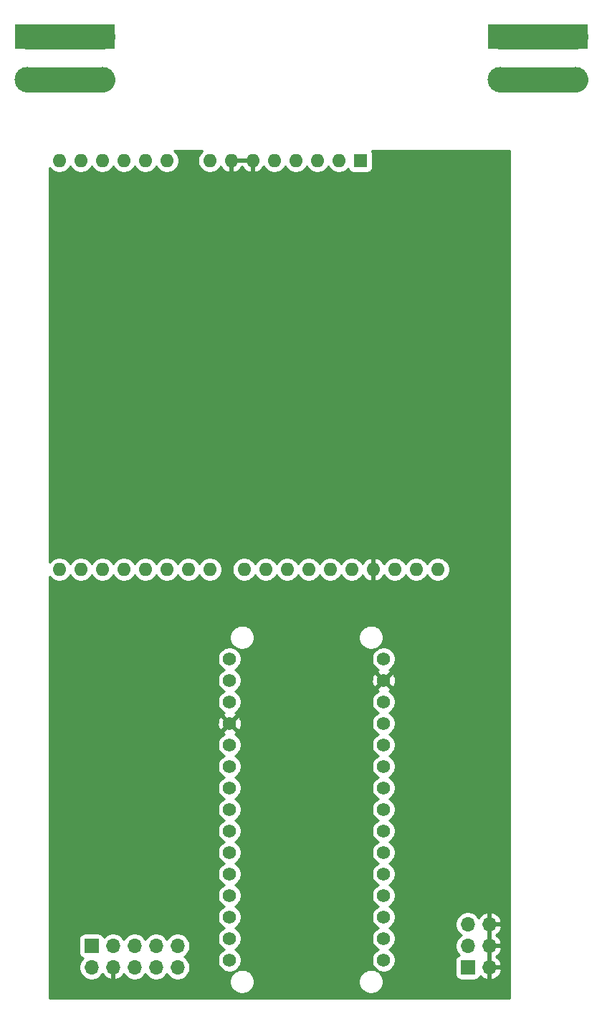
<source format=gbr>
G04 #@! TF.GenerationSoftware,KiCad,Pcbnew,5.1.5+dfsg1-2build2*
G04 #@! TF.CreationDate,2021-11-11T11:20:40+00:00*
G04 #@! TF.ProjectId,PIDController,50494443-6f6e-4747-926f-6c6c65722e6b,rev?*
G04 #@! TF.SameCoordinates,Original*
G04 #@! TF.FileFunction,Copper,L2,Bot*
G04 #@! TF.FilePolarity,Positive*
%FSLAX46Y46*%
G04 Gerber Fmt 4.6, Leading zero omitted, Abs format (unit mm)*
G04 Created by KiCad (PCBNEW 5.1.5+dfsg1-2build2) date 2021-11-11 11:20:40*
%MOMM*%
%LPD*%
G04 APERTURE LIST*
%ADD10O,1.600000X1.600000*%
%ADD11R,1.600000X1.600000*%
%ADD12R,3.000000X3.000000*%
%ADD13C,3.000000*%
%ADD14C,1.560000*%
%ADD15R,1.700000X1.700000*%
%ADD16O,1.700000X1.700000*%
%ADD17C,0.800000*%
%ADD18C,3.000000*%
%ADD19C,0.254000*%
G04 APERTURE END LIST*
D10*
X166620000Y-102870000D03*
X164080000Y-102870000D03*
D11*
X157480000Y-54610000D03*
D10*
X127000000Y-102870000D03*
X154940000Y-54610000D03*
X129540000Y-102870000D03*
X152400000Y-54610000D03*
X132080000Y-102870000D03*
X149860000Y-54610000D03*
X134620000Y-102870000D03*
X147320000Y-54610000D03*
X137160000Y-102870000D03*
X144780000Y-54610000D03*
X139700000Y-102870000D03*
X142240000Y-54610000D03*
X143760000Y-102870000D03*
X139700000Y-54610000D03*
X146300000Y-102870000D03*
X134620000Y-54610000D03*
X148840000Y-102870000D03*
X132080000Y-54610000D03*
X151380000Y-102870000D03*
X129540000Y-54610000D03*
X153920000Y-102870000D03*
X127000000Y-54610000D03*
X156460000Y-102870000D03*
X124460000Y-54610000D03*
X159000000Y-102870000D03*
X121920000Y-54610000D03*
X161540000Y-102870000D03*
X121920000Y-102870000D03*
X124460000Y-102870000D03*
D12*
X182880000Y-40005000D03*
D13*
X182880000Y-45085000D03*
X173990000Y-45085000D03*
D12*
X173990000Y-40005000D03*
X118110000Y-40005000D03*
D13*
X118110000Y-45085000D03*
X127000000Y-45085000D03*
D12*
X127000000Y-40005000D03*
D14*
X160230000Y-149000000D03*
X160230000Y-146460000D03*
X160230000Y-143920000D03*
X160230000Y-141380000D03*
X160230000Y-138840000D03*
X160230000Y-136300000D03*
X160230000Y-133760000D03*
X160230000Y-131220000D03*
X160230000Y-128680000D03*
X160230000Y-126140000D03*
X160230000Y-123600000D03*
X160230000Y-121060000D03*
X160230000Y-118520000D03*
X160230000Y-115980000D03*
X160230000Y-113440000D03*
X142030000Y-113440000D03*
X142030000Y-115980000D03*
X142030000Y-118520000D03*
X142030000Y-121060000D03*
X142030000Y-123600000D03*
X142030000Y-126140000D03*
X142030000Y-128680000D03*
X142030000Y-131220000D03*
X142030000Y-133760000D03*
X142030000Y-136300000D03*
X142030000Y-138840000D03*
X142030000Y-141380000D03*
X142030000Y-143920000D03*
X142030000Y-146460000D03*
X142030000Y-149000000D03*
D15*
X125730000Y-147320000D03*
D16*
X125730000Y-149860000D03*
X128270000Y-147320000D03*
X128270000Y-149860000D03*
X130810000Y-147320000D03*
X130810000Y-149860000D03*
X133350000Y-147320000D03*
X133350000Y-149860000D03*
X135890000Y-147320000D03*
X135890000Y-149860000D03*
D15*
X170180000Y-149860000D03*
D16*
X172720000Y-149860000D03*
X170180000Y-147320000D03*
X172720000Y-147320000D03*
X170180000Y-144780000D03*
X172720000Y-144780000D03*
D17*
X137160000Y-120650000D03*
X124460000Y-123190000D03*
X137160000Y-130810000D03*
X134620000Y-143510000D03*
X128905000Y-132715000D03*
X121920000Y-113030000D03*
X172720000Y-130810000D03*
D18*
X182880000Y-40005000D02*
X173990000Y-40005000D01*
X182880000Y-45085000D02*
X173990000Y-45085000D01*
X127000000Y-40005000D02*
X118110000Y-40005000D01*
X127000000Y-45085000D02*
X118110000Y-45085000D01*
D19*
G36*
X138785241Y-53495363D02*
G01*
X138585363Y-53695241D01*
X138428320Y-53930273D01*
X138320147Y-54191426D01*
X138265000Y-54468665D01*
X138265000Y-54751335D01*
X138320147Y-55028574D01*
X138428320Y-55289727D01*
X138585363Y-55524759D01*
X138785241Y-55724637D01*
X139020273Y-55881680D01*
X139281426Y-55989853D01*
X139558665Y-56045000D01*
X139841335Y-56045000D01*
X140118574Y-55989853D01*
X140379727Y-55881680D01*
X140614759Y-55724637D01*
X140814637Y-55524759D01*
X140971680Y-55289727D01*
X140976067Y-55279135D01*
X141087615Y-55465131D01*
X141276586Y-55673519D01*
X141502580Y-55841037D01*
X141756913Y-55961246D01*
X141890961Y-56001904D01*
X142113000Y-55879915D01*
X142113000Y-54737000D01*
X142367000Y-54737000D01*
X142367000Y-55879915D01*
X142589039Y-56001904D01*
X142723087Y-55961246D01*
X142977420Y-55841037D01*
X143203414Y-55673519D01*
X143392385Y-55465131D01*
X143510000Y-55269018D01*
X143627615Y-55465131D01*
X143816586Y-55673519D01*
X144042580Y-55841037D01*
X144296913Y-55961246D01*
X144430961Y-56001904D01*
X144653000Y-55879915D01*
X144653000Y-54737000D01*
X142367000Y-54737000D01*
X142113000Y-54737000D01*
X142093000Y-54737000D01*
X142093000Y-54483000D01*
X142113000Y-54483000D01*
X142113000Y-54463000D01*
X142367000Y-54463000D01*
X142367000Y-54483000D01*
X144653000Y-54483000D01*
X144653000Y-54463000D01*
X144907000Y-54463000D01*
X144907000Y-54483000D01*
X144927000Y-54483000D01*
X144927000Y-54737000D01*
X144907000Y-54737000D01*
X144907000Y-55879915D01*
X145129039Y-56001904D01*
X145263087Y-55961246D01*
X145517420Y-55841037D01*
X145743414Y-55673519D01*
X145932385Y-55465131D01*
X146043933Y-55279135D01*
X146048320Y-55289727D01*
X146205363Y-55524759D01*
X146405241Y-55724637D01*
X146640273Y-55881680D01*
X146901426Y-55989853D01*
X147178665Y-56045000D01*
X147461335Y-56045000D01*
X147738574Y-55989853D01*
X147999727Y-55881680D01*
X148234759Y-55724637D01*
X148434637Y-55524759D01*
X148590000Y-55292241D01*
X148745363Y-55524759D01*
X148945241Y-55724637D01*
X149180273Y-55881680D01*
X149441426Y-55989853D01*
X149718665Y-56045000D01*
X150001335Y-56045000D01*
X150278574Y-55989853D01*
X150539727Y-55881680D01*
X150774759Y-55724637D01*
X150974637Y-55524759D01*
X151130000Y-55292241D01*
X151285363Y-55524759D01*
X151485241Y-55724637D01*
X151720273Y-55881680D01*
X151981426Y-55989853D01*
X152258665Y-56045000D01*
X152541335Y-56045000D01*
X152818574Y-55989853D01*
X153079727Y-55881680D01*
X153314759Y-55724637D01*
X153514637Y-55524759D01*
X153670000Y-55292241D01*
X153825363Y-55524759D01*
X154025241Y-55724637D01*
X154260273Y-55881680D01*
X154521426Y-55989853D01*
X154798665Y-56045000D01*
X155081335Y-56045000D01*
X155358574Y-55989853D01*
X155619727Y-55881680D01*
X155854759Y-55724637D01*
X156053357Y-55526039D01*
X156054188Y-55534482D01*
X156090498Y-55654180D01*
X156149463Y-55764494D01*
X156228815Y-55861185D01*
X156325506Y-55940537D01*
X156435820Y-55999502D01*
X156555518Y-56035812D01*
X156680000Y-56048072D01*
X158280000Y-56048072D01*
X158404482Y-56035812D01*
X158524180Y-55999502D01*
X158634494Y-55940537D01*
X158731185Y-55861185D01*
X158810537Y-55764494D01*
X158869502Y-55654180D01*
X158905812Y-55534482D01*
X158918072Y-55410000D01*
X158918072Y-53810000D01*
X158905812Y-53685518D01*
X158869502Y-53565820D01*
X158816681Y-53467000D01*
X175133000Y-53467000D01*
X175133000Y-153543000D01*
X120777000Y-153543000D01*
X120777000Y-151396153D01*
X142049500Y-151396153D01*
X142049500Y-151683847D01*
X142105626Y-151966012D01*
X142215721Y-152231806D01*
X142375555Y-152471015D01*
X142578985Y-152674445D01*
X142818194Y-152834279D01*
X143083988Y-152944374D01*
X143366153Y-153000500D01*
X143653847Y-153000500D01*
X143936012Y-152944374D01*
X144201806Y-152834279D01*
X144441015Y-152674445D01*
X144644445Y-152471015D01*
X144804279Y-152231806D01*
X144914374Y-151966012D01*
X144970500Y-151683847D01*
X144970500Y-151396153D01*
X157289500Y-151396153D01*
X157289500Y-151683847D01*
X157345626Y-151966012D01*
X157455721Y-152231806D01*
X157615555Y-152471015D01*
X157818985Y-152674445D01*
X158058194Y-152834279D01*
X158323988Y-152944374D01*
X158606153Y-153000500D01*
X158893847Y-153000500D01*
X159176012Y-152944374D01*
X159441806Y-152834279D01*
X159681015Y-152674445D01*
X159884445Y-152471015D01*
X160044279Y-152231806D01*
X160154374Y-151966012D01*
X160210500Y-151683847D01*
X160210500Y-151396153D01*
X160154374Y-151113988D01*
X160044279Y-150848194D01*
X159884445Y-150608985D01*
X159681015Y-150405555D01*
X159441806Y-150245721D01*
X159176012Y-150135626D01*
X158893847Y-150079500D01*
X158606153Y-150079500D01*
X158323988Y-150135626D01*
X158058194Y-150245721D01*
X157818985Y-150405555D01*
X157615555Y-150608985D01*
X157455721Y-150848194D01*
X157345626Y-151113988D01*
X157289500Y-151396153D01*
X144970500Y-151396153D01*
X144914374Y-151113988D01*
X144804279Y-150848194D01*
X144644445Y-150608985D01*
X144441015Y-150405555D01*
X144201806Y-150245721D01*
X143936012Y-150135626D01*
X143653847Y-150079500D01*
X143366153Y-150079500D01*
X143083988Y-150135626D01*
X142818194Y-150245721D01*
X142578985Y-150405555D01*
X142375555Y-150608985D01*
X142215721Y-150848194D01*
X142105626Y-151113988D01*
X142049500Y-151396153D01*
X120777000Y-151396153D01*
X120777000Y-146470000D01*
X124241928Y-146470000D01*
X124241928Y-148170000D01*
X124254188Y-148294482D01*
X124290498Y-148414180D01*
X124349463Y-148524494D01*
X124428815Y-148621185D01*
X124525506Y-148700537D01*
X124635820Y-148759502D01*
X124708380Y-148781513D01*
X124576525Y-148913368D01*
X124414010Y-149156589D01*
X124302068Y-149426842D01*
X124245000Y-149713740D01*
X124245000Y-150006260D01*
X124302068Y-150293158D01*
X124414010Y-150563411D01*
X124576525Y-150806632D01*
X124783368Y-151013475D01*
X125026589Y-151175990D01*
X125296842Y-151287932D01*
X125583740Y-151345000D01*
X125876260Y-151345000D01*
X126163158Y-151287932D01*
X126433411Y-151175990D01*
X126676632Y-151013475D01*
X126883475Y-150806632D01*
X127005195Y-150624466D01*
X127074822Y-150741355D01*
X127269731Y-150957588D01*
X127503080Y-151131641D01*
X127765901Y-151256825D01*
X127913110Y-151301476D01*
X128143000Y-151180155D01*
X128143000Y-149987000D01*
X128123000Y-149987000D01*
X128123000Y-149733000D01*
X128143000Y-149733000D01*
X128143000Y-149713000D01*
X128397000Y-149713000D01*
X128397000Y-149733000D01*
X128417000Y-149733000D01*
X128417000Y-149987000D01*
X128397000Y-149987000D01*
X128397000Y-151180155D01*
X128626890Y-151301476D01*
X128774099Y-151256825D01*
X129036920Y-151131641D01*
X129270269Y-150957588D01*
X129465178Y-150741355D01*
X129534805Y-150624466D01*
X129656525Y-150806632D01*
X129863368Y-151013475D01*
X130106589Y-151175990D01*
X130376842Y-151287932D01*
X130663740Y-151345000D01*
X130956260Y-151345000D01*
X131243158Y-151287932D01*
X131513411Y-151175990D01*
X131756632Y-151013475D01*
X131963475Y-150806632D01*
X132080000Y-150632240D01*
X132196525Y-150806632D01*
X132403368Y-151013475D01*
X132646589Y-151175990D01*
X132916842Y-151287932D01*
X133203740Y-151345000D01*
X133496260Y-151345000D01*
X133783158Y-151287932D01*
X134053411Y-151175990D01*
X134296632Y-151013475D01*
X134503475Y-150806632D01*
X134620000Y-150632240D01*
X134736525Y-150806632D01*
X134943368Y-151013475D01*
X135186589Y-151175990D01*
X135456842Y-151287932D01*
X135743740Y-151345000D01*
X136036260Y-151345000D01*
X136323158Y-151287932D01*
X136593411Y-151175990D01*
X136836632Y-151013475D01*
X137043475Y-150806632D01*
X137205990Y-150563411D01*
X137317932Y-150293158D01*
X137375000Y-150006260D01*
X137375000Y-149713740D01*
X137317932Y-149426842D01*
X137205990Y-149156589D01*
X137043475Y-148913368D01*
X136836632Y-148706525D01*
X136662240Y-148590000D01*
X136836632Y-148473475D01*
X137043475Y-148266632D01*
X137205990Y-148023411D01*
X137317932Y-147753158D01*
X137375000Y-147466260D01*
X137375000Y-147173740D01*
X137317932Y-146886842D01*
X137205990Y-146616589D01*
X137043475Y-146373368D01*
X136836632Y-146166525D01*
X136593411Y-146004010D01*
X136323158Y-145892068D01*
X136036260Y-145835000D01*
X135743740Y-145835000D01*
X135456842Y-145892068D01*
X135186589Y-146004010D01*
X134943368Y-146166525D01*
X134736525Y-146373368D01*
X134620000Y-146547760D01*
X134503475Y-146373368D01*
X134296632Y-146166525D01*
X134053411Y-146004010D01*
X133783158Y-145892068D01*
X133496260Y-145835000D01*
X133203740Y-145835000D01*
X132916842Y-145892068D01*
X132646589Y-146004010D01*
X132403368Y-146166525D01*
X132196525Y-146373368D01*
X132080000Y-146547760D01*
X131963475Y-146373368D01*
X131756632Y-146166525D01*
X131513411Y-146004010D01*
X131243158Y-145892068D01*
X130956260Y-145835000D01*
X130663740Y-145835000D01*
X130376842Y-145892068D01*
X130106589Y-146004010D01*
X129863368Y-146166525D01*
X129656525Y-146373368D01*
X129540000Y-146547760D01*
X129423475Y-146373368D01*
X129216632Y-146166525D01*
X128973411Y-146004010D01*
X128703158Y-145892068D01*
X128416260Y-145835000D01*
X128123740Y-145835000D01*
X127836842Y-145892068D01*
X127566589Y-146004010D01*
X127323368Y-146166525D01*
X127191513Y-146298380D01*
X127169502Y-146225820D01*
X127110537Y-146115506D01*
X127031185Y-146018815D01*
X126934494Y-145939463D01*
X126824180Y-145880498D01*
X126704482Y-145844188D01*
X126580000Y-145831928D01*
X124880000Y-145831928D01*
X124755518Y-145844188D01*
X124635820Y-145880498D01*
X124525506Y-145939463D01*
X124428815Y-146018815D01*
X124349463Y-146115506D01*
X124290498Y-146225820D01*
X124254188Y-146345518D01*
X124241928Y-146470000D01*
X120777000Y-146470000D01*
X120777000Y-123460635D01*
X140615000Y-123460635D01*
X140615000Y-123739365D01*
X140669377Y-124012740D01*
X140776043Y-124270254D01*
X140930897Y-124502010D01*
X141127990Y-124699103D01*
X141359746Y-124853957D01*
X141398477Y-124870000D01*
X141359746Y-124886043D01*
X141127990Y-125040897D01*
X140930897Y-125237990D01*
X140776043Y-125469746D01*
X140669377Y-125727260D01*
X140615000Y-126000635D01*
X140615000Y-126279365D01*
X140669377Y-126552740D01*
X140776043Y-126810254D01*
X140930897Y-127042010D01*
X141127990Y-127239103D01*
X141359746Y-127393957D01*
X141398477Y-127410000D01*
X141359746Y-127426043D01*
X141127990Y-127580897D01*
X140930897Y-127777990D01*
X140776043Y-128009746D01*
X140669377Y-128267260D01*
X140615000Y-128540635D01*
X140615000Y-128819365D01*
X140669377Y-129092740D01*
X140776043Y-129350254D01*
X140930897Y-129582010D01*
X141127990Y-129779103D01*
X141359746Y-129933957D01*
X141398477Y-129950000D01*
X141359746Y-129966043D01*
X141127990Y-130120897D01*
X140930897Y-130317990D01*
X140776043Y-130549746D01*
X140669377Y-130807260D01*
X140615000Y-131080635D01*
X140615000Y-131359365D01*
X140669377Y-131632740D01*
X140776043Y-131890254D01*
X140930897Y-132122010D01*
X141127990Y-132319103D01*
X141359746Y-132473957D01*
X141398477Y-132490000D01*
X141359746Y-132506043D01*
X141127990Y-132660897D01*
X140930897Y-132857990D01*
X140776043Y-133089746D01*
X140669377Y-133347260D01*
X140615000Y-133620635D01*
X140615000Y-133899365D01*
X140669377Y-134172740D01*
X140776043Y-134430254D01*
X140930897Y-134662010D01*
X141127990Y-134859103D01*
X141359746Y-135013957D01*
X141398477Y-135030000D01*
X141359746Y-135046043D01*
X141127990Y-135200897D01*
X140930897Y-135397990D01*
X140776043Y-135629746D01*
X140669377Y-135887260D01*
X140615000Y-136160635D01*
X140615000Y-136439365D01*
X140669377Y-136712740D01*
X140776043Y-136970254D01*
X140930897Y-137202010D01*
X141127990Y-137399103D01*
X141359746Y-137553957D01*
X141398477Y-137570000D01*
X141359746Y-137586043D01*
X141127990Y-137740897D01*
X140930897Y-137937990D01*
X140776043Y-138169746D01*
X140669377Y-138427260D01*
X140615000Y-138700635D01*
X140615000Y-138979365D01*
X140669377Y-139252740D01*
X140776043Y-139510254D01*
X140930897Y-139742010D01*
X141127990Y-139939103D01*
X141359746Y-140093957D01*
X141398477Y-140110000D01*
X141359746Y-140126043D01*
X141127990Y-140280897D01*
X140930897Y-140477990D01*
X140776043Y-140709746D01*
X140669377Y-140967260D01*
X140615000Y-141240635D01*
X140615000Y-141519365D01*
X140669377Y-141792740D01*
X140776043Y-142050254D01*
X140930897Y-142282010D01*
X141127990Y-142479103D01*
X141359746Y-142633957D01*
X141398477Y-142650000D01*
X141359746Y-142666043D01*
X141127990Y-142820897D01*
X140930897Y-143017990D01*
X140776043Y-143249746D01*
X140669377Y-143507260D01*
X140615000Y-143780635D01*
X140615000Y-144059365D01*
X140669377Y-144332740D01*
X140776043Y-144590254D01*
X140930897Y-144822010D01*
X141127990Y-145019103D01*
X141359746Y-145173957D01*
X141398477Y-145190000D01*
X141359746Y-145206043D01*
X141127990Y-145360897D01*
X140930897Y-145557990D01*
X140776043Y-145789746D01*
X140669377Y-146047260D01*
X140615000Y-146320635D01*
X140615000Y-146599365D01*
X140669377Y-146872740D01*
X140776043Y-147130254D01*
X140930897Y-147362010D01*
X141127990Y-147559103D01*
X141359746Y-147713957D01*
X141398477Y-147730000D01*
X141359746Y-147746043D01*
X141127990Y-147900897D01*
X140930897Y-148097990D01*
X140776043Y-148329746D01*
X140669377Y-148587260D01*
X140615000Y-148860635D01*
X140615000Y-149139365D01*
X140669377Y-149412740D01*
X140776043Y-149670254D01*
X140930897Y-149902010D01*
X141127990Y-150099103D01*
X141359746Y-150253957D01*
X141617260Y-150360623D01*
X141890635Y-150415000D01*
X142169365Y-150415000D01*
X142442740Y-150360623D01*
X142700254Y-150253957D01*
X142932010Y-150099103D01*
X143129103Y-149902010D01*
X143283957Y-149670254D01*
X143390623Y-149412740D01*
X143445000Y-149139365D01*
X143445000Y-148860635D01*
X143390623Y-148587260D01*
X143283957Y-148329746D01*
X143129103Y-148097990D01*
X142932010Y-147900897D01*
X142700254Y-147746043D01*
X142661523Y-147730000D01*
X142700254Y-147713957D01*
X142932010Y-147559103D01*
X143129103Y-147362010D01*
X143283957Y-147130254D01*
X143390623Y-146872740D01*
X143445000Y-146599365D01*
X143445000Y-146320635D01*
X143390623Y-146047260D01*
X143283957Y-145789746D01*
X143129103Y-145557990D01*
X142932010Y-145360897D01*
X142700254Y-145206043D01*
X142661523Y-145190000D01*
X142700254Y-145173957D01*
X142932010Y-145019103D01*
X143129103Y-144822010D01*
X143283957Y-144590254D01*
X143390623Y-144332740D01*
X143445000Y-144059365D01*
X143445000Y-143780635D01*
X143390623Y-143507260D01*
X143283957Y-143249746D01*
X143129103Y-143017990D01*
X142932010Y-142820897D01*
X142700254Y-142666043D01*
X142661523Y-142650000D01*
X142700254Y-142633957D01*
X142932010Y-142479103D01*
X143129103Y-142282010D01*
X143283957Y-142050254D01*
X143390623Y-141792740D01*
X143445000Y-141519365D01*
X143445000Y-141240635D01*
X143390623Y-140967260D01*
X143283957Y-140709746D01*
X143129103Y-140477990D01*
X142932010Y-140280897D01*
X142700254Y-140126043D01*
X142661523Y-140110000D01*
X142700254Y-140093957D01*
X142932010Y-139939103D01*
X143129103Y-139742010D01*
X143283957Y-139510254D01*
X143390623Y-139252740D01*
X143445000Y-138979365D01*
X143445000Y-138700635D01*
X143390623Y-138427260D01*
X143283957Y-138169746D01*
X143129103Y-137937990D01*
X142932010Y-137740897D01*
X142700254Y-137586043D01*
X142661523Y-137570000D01*
X142700254Y-137553957D01*
X142932010Y-137399103D01*
X143129103Y-137202010D01*
X143283957Y-136970254D01*
X143390623Y-136712740D01*
X143445000Y-136439365D01*
X143445000Y-136160635D01*
X143390623Y-135887260D01*
X143283957Y-135629746D01*
X143129103Y-135397990D01*
X142932010Y-135200897D01*
X142700254Y-135046043D01*
X142661523Y-135030000D01*
X142700254Y-135013957D01*
X142932010Y-134859103D01*
X143129103Y-134662010D01*
X143283957Y-134430254D01*
X143390623Y-134172740D01*
X143445000Y-133899365D01*
X143445000Y-133620635D01*
X143390623Y-133347260D01*
X143283957Y-133089746D01*
X143129103Y-132857990D01*
X142932010Y-132660897D01*
X142700254Y-132506043D01*
X142661523Y-132490000D01*
X142700254Y-132473957D01*
X142932010Y-132319103D01*
X143129103Y-132122010D01*
X143283957Y-131890254D01*
X143390623Y-131632740D01*
X143445000Y-131359365D01*
X143445000Y-131080635D01*
X143390623Y-130807260D01*
X143283957Y-130549746D01*
X143129103Y-130317990D01*
X142932010Y-130120897D01*
X142700254Y-129966043D01*
X142661523Y-129950000D01*
X142700254Y-129933957D01*
X142932010Y-129779103D01*
X143129103Y-129582010D01*
X143283957Y-129350254D01*
X143390623Y-129092740D01*
X143445000Y-128819365D01*
X143445000Y-128540635D01*
X143390623Y-128267260D01*
X143283957Y-128009746D01*
X143129103Y-127777990D01*
X142932010Y-127580897D01*
X142700254Y-127426043D01*
X142661523Y-127410000D01*
X142700254Y-127393957D01*
X142932010Y-127239103D01*
X143129103Y-127042010D01*
X143283957Y-126810254D01*
X143390623Y-126552740D01*
X143445000Y-126279365D01*
X143445000Y-126000635D01*
X143390623Y-125727260D01*
X143283957Y-125469746D01*
X143129103Y-125237990D01*
X142932010Y-125040897D01*
X142700254Y-124886043D01*
X142661523Y-124870000D01*
X142700254Y-124853957D01*
X142932010Y-124699103D01*
X143129103Y-124502010D01*
X143283957Y-124270254D01*
X143390623Y-124012740D01*
X143445000Y-123739365D01*
X143445000Y-123460635D01*
X143390623Y-123187260D01*
X143283957Y-122929746D01*
X143129103Y-122697990D01*
X142932010Y-122500897D01*
X142700254Y-122346043D01*
X142664475Y-122331223D01*
X142759655Y-122280349D01*
X142828816Y-122038421D01*
X142030000Y-121239605D01*
X141231184Y-122038421D01*
X141300345Y-122280349D01*
X141402279Y-122328425D01*
X141359746Y-122346043D01*
X141127990Y-122500897D01*
X140930897Y-122697990D01*
X140776043Y-122929746D01*
X140669377Y-123187260D01*
X140615000Y-123460635D01*
X120777000Y-123460635D01*
X120777000Y-121131303D01*
X140609943Y-121131303D01*
X140651140Y-121406972D01*
X140745325Y-121669308D01*
X140809651Y-121789655D01*
X141051579Y-121858816D01*
X141850395Y-121060000D01*
X142209605Y-121060000D01*
X143008421Y-121858816D01*
X143250349Y-121789655D01*
X143369248Y-121537557D01*
X143436681Y-121267106D01*
X143450057Y-120988697D01*
X143408860Y-120713028D01*
X143314675Y-120450692D01*
X143250349Y-120330345D01*
X143008421Y-120261184D01*
X142209605Y-121060000D01*
X141850395Y-121060000D01*
X141051579Y-120261184D01*
X140809651Y-120330345D01*
X140690752Y-120582443D01*
X140623319Y-120852894D01*
X140609943Y-121131303D01*
X120777000Y-121131303D01*
X120777000Y-113300635D01*
X140615000Y-113300635D01*
X140615000Y-113579365D01*
X140669377Y-113852740D01*
X140776043Y-114110254D01*
X140930897Y-114342010D01*
X141127990Y-114539103D01*
X141359746Y-114693957D01*
X141398477Y-114710000D01*
X141359746Y-114726043D01*
X141127990Y-114880897D01*
X140930897Y-115077990D01*
X140776043Y-115309746D01*
X140669377Y-115567260D01*
X140615000Y-115840635D01*
X140615000Y-116119365D01*
X140669377Y-116392740D01*
X140776043Y-116650254D01*
X140930897Y-116882010D01*
X141127990Y-117079103D01*
X141359746Y-117233957D01*
X141398477Y-117250000D01*
X141359746Y-117266043D01*
X141127990Y-117420897D01*
X140930897Y-117617990D01*
X140776043Y-117849746D01*
X140669377Y-118107260D01*
X140615000Y-118380635D01*
X140615000Y-118659365D01*
X140669377Y-118932740D01*
X140776043Y-119190254D01*
X140930897Y-119422010D01*
X141127990Y-119619103D01*
X141359746Y-119773957D01*
X141395525Y-119788777D01*
X141300345Y-119839651D01*
X141231184Y-120081579D01*
X142030000Y-120880395D01*
X142828816Y-120081579D01*
X142759655Y-119839651D01*
X142657721Y-119791575D01*
X142700254Y-119773957D01*
X142932010Y-119619103D01*
X143129103Y-119422010D01*
X143283957Y-119190254D01*
X143390623Y-118932740D01*
X143445000Y-118659365D01*
X143445000Y-118380635D01*
X158815000Y-118380635D01*
X158815000Y-118659365D01*
X158869377Y-118932740D01*
X158976043Y-119190254D01*
X159130897Y-119422010D01*
X159327990Y-119619103D01*
X159559746Y-119773957D01*
X159598477Y-119790000D01*
X159559746Y-119806043D01*
X159327990Y-119960897D01*
X159130897Y-120157990D01*
X158976043Y-120389746D01*
X158869377Y-120647260D01*
X158815000Y-120920635D01*
X158815000Y-121199365D01*
X158869377Y-121472740D01*
X158976043Y-121730254D01*
X159130897Y-121962010D01*
X159327990Y-122159103D01*
X159559746Y-122313957D01*
X159598477Y-122330000D01*
X159559746Y-122346043D01*
X159327990Y-122500897D01*
X159130897Y-122697990D01*
X158976043Y-122929746D01*
X158869377Y-123187260D01*
X158815000Y-123460635D01*
X158815000Y-123739365D01*
X158869377Y-124012740D01*
X158976043Y-124270254D01*
X159130897Y-124502010D01*
X159327990Y-124699103D01*
X159559746Y-124853957D01*
X159598477Y-124870000D01*
X159559746Y-124886043D01*
X159327990Y-125040897D01*
X159130897Y-125237990D01*
X158976043Y-125469746D01*
X158869377Y-125727260D01*
X158815000Y-126000635D01*
X158815000Y-126279365D01*
X158869377Y-126552740D01*
X158976043Y-126810254D01*
X159130897Y-127042010D01*
X159327990Y-127239103D01*
X159559746Y-127393957D01*
X159598477Y-127410000D01*
X159559746Y-127426043D01*
X159327990Y-127580897D01*
X159130897Y-127777990D01*
X158976043Y-128009746D01*
X158869377Y-128267260D01*
X158815000Y-128540635D01*
X158815000Y-128819365D01*
X158869377Y-129092740D01*
X158976043Y-129350254D01*
X159130897Y-129582010D01*
X159327990Y-129779103D01*
X159559746Y-129933957D01*
X159598477Y-129950000D01*
X159559746Y-129966043D01*
X159327990Y-130120897D01*
X159130897Y-130317990D01*
X158976043Y-130549746D01*
X158869377Y-130807260D01*
X158815000Y-131080635D01*
X158815000Y-131359365D01*
X158869377Y-131632740D01*
X158976043Y-131890254D01*
X159130897Y-132122010D01*
X159327990Y-132319103D01*
X159559746Y-132473957D01*
X159598477Y-132490000D01*
X159559746Y-132506043D01*
X159327990Y-132660897D01*
X159130897Y-132857990D01*
X158976043Y-133089746D01*
X158869377Y-133347260D01*
X158815000Y-133620635D01*
X158815000Y-133899365D01*
X158869377Y-134172740D01*
X158976043Y-134430254D01*
X159130897Y-134662010D01*
X159327990Y-134859103D01*
X159559746Y-135013957D01*
X159598477Y-135030000D01*
X159559746Y-135046043D01*
X159327990Y-135200897D01*
X159130897Y-135397990D01*
X158976043Y-135629746D01*
X158869377Y-135887260D01*
X158815000Y-136160635D01*
X158815000Y-136439365D01*
X158869377Y-136712740D01*
X158976043Y-136970254D01*
X159130897Y-137202010D01*
X159327990Y-137399103D01*
X159559746Y-137553957D01*
X159598477Y-137570000D01*
X159559746Y-137586043D01*
X159327990Y-137740897D01*
X159130897Y-137937990D01*
X158976043Y-138169746D01*
X158869377Y-138427260D01*
X158815000Y-138700635D01*
X158815000Y-138979365D01*
X158869377Y-139252740D01*
X158976043Y-139510254D01*
X159130897Y-139742010D01*
X159327990Y-139939103D01*
X159559746Y-140093957D01*
X159598477Y-140110000D01*
X159559746Y-140126043D01*
X159327990Y-140280897D01*
X159130897Y-140477990D01*
X158976043Y-140709746D01*
X158869377Y-140967260D01*
X158815000Y-141240635D01*
X158815000Y-141519365D01*
X158869377Y-141792740D01*
X158976043Y-142050254D01*
X159130897Y-142282010D01*
X159327990Y-142479103D01*
X159559746Y-142633957D01*
X159598477Y-142650000D01*
X159559746Y-142666043D01*
X159327990Y-142820897D01*
X159130897Y-143017990D01*
X158976043Y-143249746D01*
X158869377Y-143507260D01*
X158815000Y-143780635D01*
X158815000Y-144059365D01*
X158869377Y-144332740D01*
X158976043Y-144590254D01*
X159130897Y-144822010D01*
X159327990Y-145019103D01*
X159559746Y-145173957D01*
X159598477Y-145190000D01*
X159559746Y-145206043D01*
X159327990Y-145360897D01*
X159130897Y-145557990D01*
X158976043Y-145789746D01*
X158869377Y-146047260D01*
X158815000Y-146320635D01*
X158815000Y-146599365D01*
X158869377Y-146872740D01*
X158976043Y-147130254D01*
X159130897Y-147362010D01*
X159327990Y-147559103D01*
X159559746Y-147713957D01*
X159598477Y-147730000D01*
X159559746Y-147746043D01*
X159327990Y-147900897D01*
X159130897Y-148097990D01*
X158976043Y-148329746D01*
X158869377Y-148587260D01*
X158815000Y-148860635D01*
X158815000Y-149139365D01*
X158869377Y-149412740D01*
X158976043Y-149670254D01*
X159130897Y-149902010D01*
X159327990Y-150099103D01*
X159559746Y-150253957D01*
X159817260Y-150360623D01*
X160090635Y-150415000D01*
X160369365Y-150415000D01*
X160642740Y-150360623D01*
X160900254Y-150253957D01*
X161132010Y-150099103D01*
X161329103Y-149902010D01*
X161483957Y-149670254D01*
X161590623Y-149412740D01*
X161645000Y-149139365D01*
X161645000Y-149010000D01*
X168691928Y-149010000D01*
X168691928Y-150710000D01*
X168704188Y-150834482D01*
X168740498Y-150954180D01*
X168799463Y-151064494D01*
X168878815Y-151161185D01*
X168975506Y-151240537D01*
X169085820Y-151299502D01*
X169205518Y-151335812D01*
X169330000Y-151348072D01*
X171030000Y-151348072D01*
X171154482Y-151335812D01*
X171274180Y-151299502D01*
X171384494Y-151240537D01*
X171481185Y-151161185D01*
X171560537Y-151064494D01*
X171619502Y-150954180D01*
X171642498Y-150878374D01*
X171838645Y-151055178D01*
X172088748Y-151204157D01*
X172363109Y-151301481D01*
X172593000Y-151180814D01*
X172593000Y-149987000D01*
X172847000Y-149987000D01*
X172847000Y-151180814D01*
X173076891Y-151301481D01*
X173351252Y-151204157D01*
X173601355Y-151055178D01*
X173817588Y-150860269D01*
X173991641Y-150626920D01*
X174116825Y-150364099D01*
X174161476Y-150216890D01*
X174040155Y-149987000D01*
X172847000Y-149987000D01*
X172593000Y-149987000D01*
X172573000Y-149987000D01*
X172573000Y-149733000D01*
X172593000Y-149733000D01*
X172593000Y-147447000D01*
X172847000Y-147447000D01*
X172847000Y-149733000D01*
X174040155Y-149733000D01*
X174161476Y-149503110D01*
X174116825Y-149355901D01*
X173991641Y-149093080D01*
X173817588Y-148859731D01*
X173601355Y-148664822D01*
X173475745Y-148590000D01*
X173601355Y-148515178D01*
X173817588Y-148320269D01*
X173991641Y-148086920D01*
X174116825Y-147824099D01*
X174161476Y-147676890D01*
X174040155Y-147447000D01*
X172847000Y-147447000D01*
X172593000Y-147447000D01*
X172573000Y-147447000D01*
X172573000Y-147193000D01*
X172593000Y-147193000D01*
X172593000Y-144907000D01*
X172847000Y-144907000D01*
X172847000Y-147193000D01*
X174040155Y-147193000D01*
X174161476Y-146963110D01*
X174116825Y-146815901D01*
X173991641Y-146553080D01*
X173817588Y-146319731D01*
X173601355Y-146124822D01*
X173475745Y-146050000D01*
X173601355Y-145975178D01*
X173817588Y-145780269D01*
X173991641Y-145546920D01*
X174116825Y-145284099D01*
X174161476Y-145136890D01*
X174040155Y-144907000D01*
X172847000Y-144907000D01*
X172593000Y-144907000D01*
X172573000Y-144907000D01*
X172573000Y-144653000D01*
X172593000Y-144653000D01*
X172593000Y-143459186D01*
X172847000Y-143459186D01*
X172847000Y-144653000D01*
X174040155Y-144653000D01*
X174161476Y-144423110D01*
X174116825Y-144275901D01*
X173991641Y-144013080D01*
X173817588Y-143779731D01*
X173601355Y-143584822D01*
X173351252Y-143435843D01*
X173076891Y-143338519D01*
X172847000Y-143459186D01*
X172593000Y-143459186D01*
X172363109Y-143338519D01*
X172088748Y-143435843D01*
X171838645Y-143584822D01*
X171622412Y-143779731D01*
X171451100Y-144009406D01*
X171333475Y-143833368D01*
X171126632Y-143626525D01*
X170883411Y-143464010D01*
X170613158Y-143352068D01*
X170326260Y-143295000D01*
X170033740Y-143295000D01*
X169746842Y-143352068D01*
X169476589Y-143464010D01*
X169233368Y-143626525D01*
X169026525Y-143833368D01*
X168864010Y-144076589D01*
X168752068Y-144346842D01*
X168695000Y-144633740D01*
X168695000Y-144926260D01*
X168752068Y-145213158D01*
X168864010Y-145483411D01*
X169026525Y-145726632D01*
X169233368Y-145933475D01*
X169407760Y-146050000D01*
X169233368Y-146166525D01*
X169026525Y-146373368D01*
X168864010Y-146616589D01*
X168752068Y-146886842D01*
X168695000Y-147173740D01*
X168695000Y-147466260D01*
X168752068Y-147753158D01*
X168864010Y-148023411D01*
X169026525Y-148266632D01*
X169158380Y-148398487D01*
X169085820Y-148420498D01*
X168975506Y-148479463D01*
X168878815Y-148558815D01*
X168799463Y-148655506D01*
X168740498Y-148765820D01*
X168704188Y-148885518D01*
X168691928Y-149010000D01*
X161645000Y-149010000D01*
X161645000Y-148860635D01*
X161590623Y-148587260D01*
X161483957Y-148329746D01*
X161329103Y-148097990D01*
X161132010Y-147900897D01*
X160900254Y-147746043D01*
X160861523Y-147730000D01*
X160900254Y-147713957D01*
X161132010Y-147559103D01*
X161329103Y-147362010D01*
X161483957Y-147130254D01*
X161590623Y-146872740D01*
X161645000Y-146599365D01*
X161645000Y-146320635D01*
X161590623Y-146047260D01*
X161483957Y-145789746D01*
X161329103Y-145557990D01*
X161132010Y-145360897D01*
X160900254Y-145206043D01*
X160861523Y-145190000D01*
X160900254Y-145173957D01*
X161132010Y-145019103D01*
X161329103Y-144822010D01*
X161483957Y-144590254D01*
X161590623Y-144332740D01*
X161645000Y-144059365D01*
X161645000Y-143780635D01*
X161590623Y-143507260D01*
X161483957Y-143249746D01*
X161329103Y-143017990D01*
X161132010Y-142820897D01*
X160900254Y-142666043D01*
X160861523Y-142650000D01*
X160900254Y-142633957D01*
X161132010Y-142479103D01*
X161329103Y-142282010D01*
X161483957Y-142050254D01*
X161590623Y-141792740D01*
X161645000Y-141519365D01*
X161645000Y-141240635D01*
X161590623Y-140967260D01*
X161483957Y-140709746D01*
X161329103Y-140477990D01*
X161132010Y-140280897D01*
X160900254Y-140126043D01*
X160861523Y-140110000D01*
X160900254Y-140093957D01*
X161132010Y-139939103D01*
X161329103Y-139742010D01*
X161483957Y-139510254D01*
X161590623Y-139252740D01*
X161645000Y-138979365D01*
X161645000Y-138700635D01*
X161590623Y-138427260D01*
X161483957Y-138169746D01*
X161329103Y-137937990D01*
X161132010Y-137740897D01*
X160900254Y-137586043D01*
X160861523Y-137570000D01*
X160900254Y-137553957D01*
X161132010Y-137399103D01*
X161329103Y-137202010D01*
X161483957Y-136970254D01*
X161590623Y-136712740D01*
X161645000Y-136439365D01*
X161645000Y-136160635D01*
X161590623Y-135887260D01*
X161483957Y-135629746D01*
X161329103Y-135397990D01*
X161132010Y-135200897D01*
X160900254Y-135046043D01*
X160861523Y-135030000D01*
X160900254Y-135013957D01*
X161132010Y-134859103D01*
X161329103Y-134662010D01*
X161483957Y-134430254D01*
X161590623Y-134172740D01*
X161645000Y-133899365D01*
X161645000Y-133620635D01*
X161590623Y-133347260D01*
X161483957Y-133089746D01*
X161329103Y-132857990D01*
X161132010Y-132660897D01*
X160900254Y-132506043D01*
X160861523Y-132490000D01*
X160900254Y-132473957D01*
X161132010Y-132319103D01*
X161329103Y-132122010D01*
X161483957Y-131890254D01*
X161590623Y-131632740D01*
X161645000Y-131359365D01*
X161645000Y-131080635D01*
X161590623Y-130807260D01*
X161483957Y-130549746D01*
X161329103Y-130317990D01*
X161132010Y-130120897D01*
X160900254Y-129966043D01*
X160861523Y-129950000D01*
X160900254Y-129933957D01*
X161132010Y-129779103D01*
X161329103Y-129582010D01*
X161483957Y-129350254D01*
X161590623Y-129092740D01*
X161645000Y-128819365D01*
X161645000Y-128540635D01*
X161590623Y-128267260D01*
X161483957Y-128009746D01*
X161329103Y-127777990D01*
X161132010Y-127580897D01*
X160900254Y-127426043D01*
X160861523Y-127410000D01*
X160900254Y-127393957D01*
X161132010Y-127239103D01*
X161329103Y-127042010D01*
X161483957Y-126810254D01*
X161590623Y-126552740D01*
X161645000Y-126279365D01*
X161645000Y-126000635D01*
X161590623Y-125727260D01*
X161483957Y-125469746D01*
X161329103Y-125237990D01*
X161132010Y-125040897D01*
X160900254Y-124886043D01*
X160861523Y-124870000D01*
X160900254Y-124853957D01*
X161132010Y-124699103D01*
X161329103Y-124502010D01*
X161483957Y-124270254D01*
X161590623Y-124012740D01*
X161645000Y-123739365D01*
X161645000Y-123460635D01*
X161590623Y-123187260D01*
X161483957Y-122929746D01*
X161329103Y-122697990D01*
X161132010Y-122500897D01*
X160900254Y-122346043D01*
X160861523Y-122330000D01*
X160900254Y-122313957D01*
X161132010Y-122159103D01*
X161329103Y-121962010D01*
X161483957Y-121730254D01*
X161590623Y-121472740D01*
X161645000Y-121199365D01*
X161645000Y-120920635D01*
X161590623Y-120647260D01*
X161483957Y-120389746D01*
X161329103Y-120157990D01*
X161132010Y-119960897D01*
X160900254Y-119806043D01*
X160861523Y-119790000D01*
X160900254Y-119773957D01*
X161132010Y-119619103D01*
X161329103Y-119422010D01*
X161483957Y-119190254D01*
X161590623Y-118932740D01*
X161645000Y-118659365D01*
X161645000Y-118380635D01*
X161590623Y-118107260D01*
X161483957Y-117849746D01*
X161329103Y-117617990D01*
X161132010Y-117420897D01*
X160900254Y-117266043D01*
X160864475Y-117251223D01*
X160959655Y-117200349D01*
X161028816Y-116958421D01*
X160230000Y-116159605D01*
X159431184Y-116958421D01*
X159500345Y-117200349D01*
X159602279Y-117248425D01*
X159559746Y-117266043D01*
X159327990Y-117420897D01*
X159130897Y-117617990D01*
X158976043Y-117849746D01*
X158869377Y-118107260D01*
X158815000Y-118380635D01*
X143445000Y-118380635D01*
X143390623Y-118107260D01*
X143283957Y-117849746D01*
X143129103Y-117617990D01*
X142932010Y-117420897D01*
X142700254Y-117266043D01*
X142661523Y-117250000D01*
X142700254Y-117233957D01*
X142932010Y-117079103D01*
X143129103Y-116882010D01*
X143283957Y-116650254D01*
X143390623Y-116392740D01*
X143445000Y-116119365D01*
X143445000Y-116051303D01*
X158809943Y-116051303D01*
X158851140Y-116326972D01*
X158945325Y-116589308D01*
X159009651Y-116709655D01*
X159251579Y-116778816D01*
X160050395Y-115980000D01*
X160409605Y-115980000D01*
X161208421Y-116778816D01*
X161450349Y-116709655D01*
X161569248Y-116457557D01*
X161636681Y-116187106D01*
X161650057Y-115908697D01*
X161608860Y-115633028D01*
X161514675Y-115370692D01*
X161450349Y-115250345D01*
X161208421Y-115181184D01*
X160409605Y-115980000D01*
X160050395Y-115980000D01*
X159251579Y-115181184D01*
X159009651Y-115250345D01*
X158890752Y-115502443D01*
X158823319Y-115772894D01*
X158809943Y-116051303D01*
X143445000Y-116051303D01*
X143445000Y-115840635D01*
X143390623Y-115567260D01*
X143283957Y-115309746D01*
X143129103Y-115077990D01*
X142932010Y-114880897D01*
X142700254Y-114726043D01*
X142661523Y-114710000D01*
X142700254Y-114693957D01*
X142932010Y-114539103D01*
X143129103Y-114342010D01*
X143283957Y-114110254D01*
X143390623Y-113852740D01*
X143445000Y-113579365D01*
X143445000Y-113300635D01*
X158815000Y-113300635D01*
X158815000Y-113579365D01*
X158869377Y-113852740D01*
X158976043Y-114110254D01*
X159130897Y-114342010D01*
X159327990Y-114539103D01*
X159559746Y-114693957D01*
X159595525Y-114708777D01*
X159500345Y-114759651D01*
X159431184Y-115001579D01*
X160230000Y-115800395D01*
X161028816Y-115001579D01*
X160959655Y-114759651D01*
X160857721Y-114711575D01*
X160900254Y-114693957D01*
X161132010Y-114539103D01*
X161329103Y-114342010D01*
X161483957Y-114110254D01*
X161590623Y-113852740D01*
X161645000Y-113579365D01*
X161645000Y-113300635D01*
X161590623Y-113027260D01*
X161483957Y-112769746D01*
X161329103Y-112537990D01*
X161132010Y-112340897D01*
X160900254Y-112186043D01*
X160642740Y-112079377D01*
X160369365Y-112025000D01*
X160090635Y-112025000D01*
X159817260Y-112079377D01*
X159559746Y-112186043D01*
X159327990Y-112340897D01*
X159130897Y-112537990D01*
X158976043Y-112769746D01*
X158869377Y-113027260D01*
X158815000Y-113300635D01*
X143445000Y-113300635D01*
X143390623Y-113027260D01*
X143283957Y-112769746D01*
X143129103Y-112537990D01*
X142932010Y-112340897D01*
X142700254Y-112186043D01*
X142442740Y-112079377D01*
X142169365Y-112025000D01*
X141890635Y-112025000D01*
X141617260Y-112079377D01*
X141359746Y-112186043D01*
X141127990Y-112340897D01*
X140930897Y-112537990D01*
X140776043Y-112769746D01*
X140669377Y-113027260D01*
X140615000Y-113300635D01*
X120777000Y-113300635D01*
X120777000Y-110756153D01*
X142049500Y-110756153D01*
X142049500Y-111043847D01*
X142105626Y-111326012D01*
X142215721Y-111591806D01*
X142375555Y-111831015D01*
X142578985Y-112034445D01*
X142818194Y-112194279D01*
X143083988Y-112304374D01*
X143366153Y-112360500D01*
X143653847Y-112360500D01*
X143936012Y-112304374D01*
X144201806Y-112194279D01*
X144441015Y-112034445D01*
X144644445Y-111831015D01*
X144804279Y-111591806D01*
X144914374Y-111326012D01*
X144970500Y-111043847D01*
X144970500Y-110756153D01*
X157289500Y-110756153D01*
X157289500Y-111043847D01*
X157345626Y-111326012D01*
X157455721Y-111591806D01*
X157615555Y-111831015D01*
X157818985Y-112034445D01*
X158058194Y-112194279D01*
X158323988Y-112304374D01*
X158606153Y-112360500D01*
X158893847Y-112360500D01*
X159176012Y-112304374D01*
X159441806Y-112194279D01*
X159681015Y-112034445D01*
X159884445Y-111831015D01*
X160044279Y-111591806D01*
X160154374Y-111326012D01*
X160210500Y-111043847D01*
X160210500Y-110756153D01*
X160154374Y-110473988D01*
X160044279Y-110208194D01*
X159884445Y-109968985D01*
X159681015Y-109765555D01*
X159441806Y-109605721D01*
X159176012Y-109495626D01*
X158893847Y-109439500D01*
X158606153Y-109439500D01*
X158323988Y-109495626D01*
X158058194Y-109605721D01*
X157818985Y-109765555D01*
X157615555Y-109968985D01*
X157455721Y-110208194D01*
X157345626Y-110473988D01*
X157289500Y-110756153D01*
X144970500Y-110756153D01*
X144914374Y-110473988D01*
X144804279Y-110208194D01*
X144644445Y-109968985D01*
X144441015Y-109765555D01*
X144201806Y-109605721D01*
X143936012Y-109495626D01*
X143653847Y-109439500D01*
X143366153Y-109439500D01*
X143083988Y-109495626D01*
X142818194Y-109605721D01*
X142578985Y-109765555D01*
X142375555Y-109968985D01*
X142215721Y-110208194D01*
X142105626Y-110473988D01*
X142049500Y-110756153D01*
X120777000Y-110756153D01*
X120777000Y-103742311D01*
X120805363Y-103784759D01*
X121005241Y-103984637D01*
X121240273Y-104141680D01*
X121501426Y-104249853D01*
X121778665Y-104305000D01*
X122061335Y-104305000D01*
X122338574Y-104249853D01*
X122599727Y-104141680D01*
X122834759Y-103984637D01*
X123034637Y-103784759D01*
X123190000Y-103552241D01*
X123345363Y-103784759D01*
X123545241Y-103984637D01*
X123780273Y-104141680D01*
X124041426Y-104249853D01*
X124318665Y-104305000D01*
X124601335Y-104305000D01*
X124878574Y-104249853D01*
X125139727Y-104141680D01*
X125374759Y-103984637D01*
X125574637Y-103784759D01*
X125730000Y-103552241D01*
X125885363Y-103784759D01*
X126085241Y-103984637D01*
X126320273Y-104141680D01*
X126581426Y-104249853D01*
X126858665Y-104305000D01*
X127141335Y-104305000D01*
X127418574Y-104249853D01*
X127679727Y-104141680D01*
X127914759Y-103984637D01*
X128114637Y-103784759D01*
X128270000Y-103552241D01*
X128425363Y-103784759D01*
X128625241Y-103984637D01*
X128860273Y-104141680D01*
X129121426Y-104249853D01*
X129398665Y-104305000D01*
X129681335Y-104305000D01*
X129958574Y-104249853D01*
X130219727Y-104141680D01*
X130454759Y-103984637D01*
X130654637Y-103784759D01*
X130810000Y-103552241D01*
X130965363Y-103784759D01*
X131165241Y-103984637D01*
X131400273Y-104141680D01*
X131661426Y-104249853D01*
X131938665Y-104305000D01*
X132221335Y-104305000D01*
X132498574Y-104249853D01*
X132759727Y-104141680D01*
X132994759Y-103984637D01*
X133194637Y-103784759D01*
X133350000Y-103552241D01*
X133505363Y-103784759D01*
X133705241Y-103984637D01*
X133940273Y-104141680D01*
X134201426Y-104249853D01*
X134478665Y-104305000D01*
X134761335Y-104305000D01*
X135038574Y-104249853D01*
X135299727Y-104141680D01*
X135534759Y-103984637D01*
X135734637Y-103784759D01*
X135890000Y-103552241D01*
X136045363Y-103784759D01*
X136245241Y-103984637D01*
X136480273Y-104141680D01*
X136741426Y-104249853D01*
X137018665Y-104305000D01*
X137301335Y-104305000D01*
X137578574Y-104249853D01*
X137839727Y-104141680D01*
X138074759Y-103984637D01*
X138274637Y-103784759D01*
X138430000Y-103552241D01*
X138585363Y-103784759D01*
X138785241Y-103984637D01*
X139020273Y-104141680D01*
X139281426Y-104249853D01*
X139558665Y-104305000D01*
X139841335Y-104305000D01*
X140118574Y-104249853D01*
X140379727Y-104141680D01*
X140614759Y-103984637D01*
X140814637Y-103784759D01*
X140971680Y-103549727D01*
X141079853Y-103288574D01*
X141135000Y-103011335D01*
X141135000Y-102728665D01*
X142325000Y-102728665D01*
X142325000Y-103011335D01*
X142380147Y-103288574D01*
X142488320Y-103549727D01*
X142645363Y-103784759D01*
X142845241Y-103984637D01*
X143080273Y-104141680D01*
X143341426Y-104249853D01*
X143618665Y-104305000D01*
X143901335Y-104305000D01*
X144178574Y-104249853D01*
X144439727Y-104141680D01*
X144674759Y-103984637D01*
X144874637Y-103784759D01*
X145030000Y-103552241D01*
X145185363Y-103784759D01*
X145385241Y-103984637D01*
X145620273Y-104141680D01*
X145881426Y-104249853D01*
X146158665Y-104305000D01*
X146441335Y-104305000D01*
X146718574Y-104249853D01*
X146979727Y-104141680D01*
X147214759Y-103984637D01*
X147414637Y-103784759D01*
X147570000Y-103552241D01*
X147725363Y-103784759D01*
X147925241Y-103984637D01*
X148160273Y-104141680D01*
X148421426Y-104249853D01*
X148698665Y-104305000D01*
X148981335Y-104305000D01*
X149258574Y-104249853D01*
X149519727Y-104141680D01*
X149754759Y-103984637D01*
X149954637Y-103784759D01*
X150110000Y-103552241D01*
X150265363Y-103784759D01*
X150465241Y-103984637D01*
X150700273Y-104141680D01*
X150961426Y-104249853D01*
X151238665Y-104305000D01*
X151521335Y-104305000D01*
X151798574Y-104249853D01*
X152059727Y-104141680D01*
X152294759Y-103984637D01*
X152494637Y-103784759D01*
X152650000Y-103552241D01*
X152805363Y-103784759D01*
X153005241Y-103984637D01*
X153240273Y-104141680D01*
X153501426Y-104249853D01*
X153778665Y-104305000D01*
X154061335Y-104305000D01*
X154338574Y-104249853D01*
X154599727Y-104141680D01*
X154834759Y-103984637D01*
X155034637Y-103784759D01*
X155190000Y-103552241D01*
X155345363Y-103784759D01*
X155545241Y-103984637D01*
X155780273Y-104141680D01*
X156041426Y-104249853D01*
X156318665Y-104305000D01*
X156601335Y-104305000D01*
X156878574Y-104249853D01*
X157139727Y-104141680D01*
X157374759Y-103984637D01*
X157574637Y-103784759D01*
X157731680Y-103549727D01*
X157736067Y-103539135D01*
X157847615Y-103725131D01*
X158036586Y-103933519D01*
X158262580Y-104101037D01*
X158516913Y-104221246D01*
X158650961Y-104261904D01*
X158873000Y-104139915D01*
X158873000Y-102997000D01*
X158853000Y-102997000D01*
X158853000Y-102743000D01*
X158873000Y-102743000D01*
X158873000Y-101600085D01*
X159127000Y-101600085D01*
X159127000Y-102743000D01*
X159147000Y-102743000D01*
X159147000Y-102997000D01*
X159127000Y-102997000D01*
X159127000Y-104139915D01*
X159349039Y-104261904D01*
X159483087Y-104221246D01*
X159737420Y-104101037D01*
X159963414Y-103933519D01*
X160152385Y-103725131D01*
X160263933Y-103539135D01*
X160268320Y-103549727D01*
X160425363Y-103784759D01*
X160625241Y-103984637D01*
X160860273Y-104141680D01*
X161121426Y-104249853D01*
X161398665Y-104305000D01*
X161681335Y-104305000D01*
X161958574Y-104249853D01*
X162219727Y-104141680D01*
X162454759Y-103984637D01*
X162654637Y-103784759D01*
X162810000Y-103552241D01*
X162965363Y-103784759D01*
X163165241Y-103984637D01*
X163400273Y-104141680D01*
X163661426Y-104249853D01*
X163938665Y-104305000D01*
X164221335Y-104305000D01*
X164498574Y-104249853D01*
X164759727Y-104141680D01*
X164994759Y-103984637D01*
X165194637Y-103784759D01*
X165350000Y-103552241D01*
X165505363Y-103784759D01*
X165705241Y-103984637D01*
X165940273Y-104141680D01*
X166201426Y-104249853D01*
X166478665Y-104305000D01*
X166761335Y-104305000D01*
X167038574Y-104249853D01*
X167299727Y-104141680D01*
X167534759Y-103984637D01*
X167734637Y-103784759D01*
X167891680Y-103549727D01*
X167999853Y-103288574D01*
X168055000Y-103011335D01*
X168055000Y-102728665D01*
X167999853Y-102451426D01*
X167891680Y-102190273D01*
X167734637Y-101955241D01*
X167534759Y-101755363D01*
X167299727Y-101598320D01*
X167038574Y-101490147D01*
X166761335Y-101435000D01*
X166478665Y-101435000D01*
X166201426Y-101490147D01*
X165940273Y-101598320D01*
X165705241Y-101755363D01*
X165505363Y-101955241D01*
X165350000Y-102187759D01*
X165194637Y-101955241D01*
X164994759Y-101755363D01*
X164759727Y-101598320D01*
X164498574Y-101490147D01*
X164221335Y-101435000D01*
X163938665Y-101435000D01*
X163661426Y-101490147D01*
X163400273Y-101598320D01*
X163165241Y-101755363D01*
X162965363Y-101955241D01*
X162810000Y-102187759D01*
X162654637Y-101955241D01*
X162454759Y-101755363D01*
X162219727Y-101598320D01*
X161958574Y-101490147D01*
X161681335Y-101435000D01*
X161398665Y-101435000D01*
X161121426Y-101490147D01*
X160860273Y-101598320D01*
X160625241Y-101755363D01*
X160425363Y-101955241D01*
X160268320Y-102190273D01*
X160263933Y-102200865D01*
X160152385Y-102014869D01*
X159963414Y-101806481D01*
X159737420Y-101638963D01*
X159483087Y-101518754D01*
X159349039Y-101478096D01*
X159127000Y-101600085D01*
X158873000Y-101600085D01*
X158650961Y-101478096D01*
X158516913Y-101518754D01*
X158262580Y-101638963D01*
X158036586Y-101806481D01*
X157847615Y-102014869D01*
X157736067Y-102200865D01*
X157731680Y-102190273D01*
X157574637Y-101955241D01*
X157374759Y-101755363D01*
X157139727Y-101598320D01*
X156878574Y-101490147D01*
X156601335Y-101435000D01*
X156318665Y-101435000D01*
X156041426Y-101490147D01*
X155780273Y-101598320D01*
X155545241Y-101755363D01*
X155345363Y-101955241D01*
X155190000Y-102187759D01*
X155034637Y-101955241D01*
X154834759Y-101755363D01*
X154599727Y-101598320D01*
X154338574Y-101490147D01*
X154061335Y-101435000D01*
X153778665Y-101435000D01*
X153501426Y-101490147D01*
X153240273Y-101598320D01*
X153005241Y-101755363D01*
X152805363Y-101955241D01*
X152650000Y-102187759D01*
X152494637Y-101955241D01*
X152294759Y-101755363D01*
X152059727Y-101598320D01*
X151798574Y-101490147D01*
X151521335Y-101435000D01*
X151238665Y-101435000D01*
X150961426Y-101490147D01*
X150700273Y-101598320D01*
X150465241Y-101755363D01*
X150265363Y-101955241D01*
X150110000Y-102187759D01*
X149954637Y-101955241D01*
X149754759Y-101755363D01*
X149519727Y-101598320D01*
X149258574Y-101490147D01*
X148981335Y-101435000D01*
X148698665Y-101435000D01*
X148421426Y-101490147D01*
X148160273Y-101598320D01*
X147925241Y-101755363D01*
X147725363Y-101955241D01*
X147570000Y-102187759D01*
X147414637Y-101955241D01*
X147214759Y-101755363D01*
X146979727Y-101598320D01*
X146718574Y-101490147D01*
X146441335Y-101435000D01*
X146158665Y-101435000D01*
X145881426Y-101490147D01*
X145620273Y-101598320D01*
X145385241Y-101755363D01*
X145185363Y-101955241D01*
X145030000Y-102187759D01*
X144874637Y-101955241D01*
X144674759Y-101755363D01*
X144439727Y-101598320D01*
X144178574Y-101490147D01*
X143901335Y-101435000D01*
X143618665Y-101435000D01*
X143341426Y-101490147D01*
X143080273Y-101598320D01*
X142845241Y-101755363D01*
X142645363Y-101955241D01*
X142488320Y-102190273D01*
X142380147Y-102451426D01*
X142325000Y-102728665D01*
X141135000Y-102728665D01*
X141079853Y-102451426D01*
X140971680Y-102190273D01*
X140814637Y-101955241D01*
X140614759Y-101755363D01*
X140379727Y-101598320D01*
X140118574Y-101490147D01*
X139841335Y-101435000D01*
X139558665Y-101435000D01*
X139281426Y-101490147D01*
X139020273Y-101598320D01*
X138785241Y-101755363D01*
X138585363Y-101955241D01*
X138430000Y-102187759D01*
X138274637Y-101955241D01*
X138074759Y-101755363D01*
X137839727Y-101598320D01*
X137578574Y-101490147D01*
X137301335Y-101435000D01*
X137018665Y-101435000D01*
X136741426Y-101490147D01*
X136480273Y-101598320D01*
X136245241Y-101755363D01*
X136045363Y-101955241D01*
X135890000Y-102187759D01*
X135734637Y-101955241D01*
X135534759Y-101755363D01*
X135299727Y-101598320D01*
X135038574Y-101490147D01*
X134761335Y-101435000D01*
X134478665Y-101435000D01*
X134201426Y-101490147D01*
X133940273Y-101598320D01*
X133705241Y-101755363D01*
X133505363Y-101955241D01*
X133350000Y-102187759D01*
X133194637Y-101955241D01*
X132994759Y-101755363D01*
X132759727Y-101598320D01*
X132498574Y-101490147D01*
X132221335Y-101435000D01*
X131938665Y-101435000D01*
X131661426Y-101490147D01*
X131400273Y-101598320D01*
X131165241Y-101755363D01*
X130965363Y-101955241D01*
X130810000Y-102187759D01*
X130654637Y-101955241D01*
X130454759Y-101755363D01*
X130219727Y-101598320D01*
X129958574Y-101490147D01*
X129681335Y-101435000D01*
X129398665Y-101435000D01*
X129121426Y-101490147D01*
X128860273Y-101598320D01*
X128625241Y-101755363D01*
X128425363Y-101955241D01*
X128270000Y-102187759D01*
X128114637Y-101955241D01*
X127914759Y-101755363D01*
X127679727Y-101598320D01*
X127418574Y-101490147D01*
X127141335Y-101435000D01*
X126858665Y-101435000D01*
X126581426Y-101490147D01*
X126320273Y-101598320D01*
X126085241Y-101755363D01*
X125885363Y-101955241D01*
X125730000Y-102187759D01*
X125574637Y-101955241D01*
X125374759Y-101755363D01*
X125139727Y-101598320D01*
X124878574Y-101490147D01*
X124601335Y-101435000D01*
X124318665Y-101435000D01*
X124041426Y-101490147D01*
X123780273Y-101598320D01*
X123545241Y-101755363D01*
X123345363Y-101955241D01*
X123190000Y-102187759D01*
X123034637Y-101955241D01*
X122834759Y-101755363D01*
X122599727Y-101598320D01*
X122338574Y-101490147D01*
X122061335Y-101435000D01*
X121778665Y-101435000D01*
X121501426Y-101490147D01*
X121240273Y-101598320D01*
X121005241Y-101755363D01*
X120805363Y-101955241D01*
X120777000Y-101997689D01*
X120777000Y-55482311D01*
X120805363Y-55524759D01*
X121005241Y-55724637D01*
X121240273Y-55881680D01*
X121501426Y-55989853D01*
X121778665Y-56045000D01*
X122061335Y-56045000D01*
X122338574Y-55989853D01*
X122599727Y-55881680D01*
X122834759Y-55724637D01*
X123034637Y-55524759D01*
X123190000Y-55292241D01*
X123345363Y-55524759D01*
X123545241Y-55724637D01*
X123780273Y-55881680D01*
X124041426Y-55989853D01*
X124318665Y-56045000D01*
X124601335Y-56045000D01*
X124878574Y-55989853D01*
X125139727Y-55881680D01*
X125374759Y-55724637D01*
X125574637Y-55524759D01*
X125730000Y-55292241D01*
X125885363Y-55524759D01*
X126085241Y-55724637D01*
X126320273Y-55881680D01*
X126581426Y-55989853D01*
X126858665Y-56045000D01*
X127141335Y-56045000D01*
X127418574Y-55989853D01*
X127679727Y-55881680D01*
X127914759Y-55724637D01*
X128114637Y-55524759D01*
X128270000Y-55292241D01*
X128425363Y-55524759D01*
X128625241Y-55724637D01*
X128860273Y-55881680D01*
X129121426Y-55989853D01*
X129398665Y-56045000D01*
X129681335Y-56045000D01*
X129958574Y-55989853D01*
X130219727Y-55881680D01*
X130454759Y-55724637D01*
X130654637Y-55524759D01*
X130810000Y-55292241D01*
X130965363Y-55524759D01*
X131165241Y-55724637D01*
X131400273Y-55881680D01*
X131661426Y-55989853D01*
X131938665Y-56045000D01*
X132221335Y-56045000D01*
X132498574Y-55989853D01*
X132759727Y-55881680D01*
X132994759Y-55724637D01*
X133194637Y-55524759D01*
X133350000Y-55292241D01*
X133505363Y-55524759D01*
X133705241Y-55724637D01*
X133940273Y-55881680D01*
X134201426Y-55989853D01*
X134478665Y-56045000D01*
X134761335Y-56045000D01*
X135038574Y-55989853D01*
X135299727Y-55881680D01*
X135534759Y-55724637D01*
X135734637Y-55524759D01*
X135891680Y-55289727D01*
X135999853Y-55028574D01*
X136055000Y-54751335D01*
X136055000Y-54468665D01*
X135999853Y-54191426D01*
X135891680Y-53930273D01*
X135734637Y-53695241D01*
X135534759Y-53495363D01*
X135492311Y-53467000D01*
X138827689Y-53467000D01*
X138785241Y-53495363D01*
G37*
X138785241Y-53495363D02*
X138585363Y-53695241D01*
X138428320Y-53930273D01*
X138320147Y-54191426D01*
X138265000Y-54468665D01*
X138265000Y-54751335D01*
X138320147Y-55028574D01*
X138428320Y-55289727D01*
X138585363Y-55524759D01*
X138785241Y-55724637D01*
X139020273Y-55881680D01*
X139281426Y-55989853D01*
X139558665Y-56045000D01*
X139841335Y-56045000D01*
X140118574Y-55989853D01*
X140379727Y-55881680D01*
X140614759Y-55724637D01*
X140814637Y-55524759D01*
X140971680Y-55289727D01*
X140976067Y-55279135D01*
X141087615Y-55465131D01*
X141276586Y-55673519D01*
X141502580Y-55841037D01*
X141756913Y-55961246D01*
X141890961Y-56001904D01*
X142113000Y-55879915D01*
X142113000Y-54737000D01*
X142367000Y-54737000D01*
X142367000Y-55879915D01*
X142589039Y-56001904D01*
X142723087Y-55961246D01*
X142977420Y-55841037D01*
X143203414Y-55673519D01*
X143392385Y-55465131D01*
X143510000Y-55269018D01*
X143627615Y-55465131D01*
X143816586Y-55673519D01*
X144042580Y-55841037D01*
X144296913Y-55961246D01*
X144430961Y-56001904D01*
X144653000Y-55879915D01*
X144653000Y-54737000D01*
X142367000Y-54737000D01*
X142113000Y-54737000D01*
X142093000Y-54737000D01*
X142093000Y-54483000D01*
X142113000Y-54483000D01*
X142113000Y-54463000D01*
X142367000Y-54463000D01*
X142367000Y-54483000D01*
X144653000Y-54483000D01*
X144653000Y-54463000D01*
X144907000Y-54463000D01*
X144907000Y-54483000D01*
X144927000Y-54483000D01*
X144927000Y-54737000D01*
X144907000Y-54737000D01*
X144907000Y-55879915D01*
X145129039Y-56001904D01*
X145263087Y-55961246D01*
X145517420Y-55841037D01*
X145743414Y-55673519D01*
X145932385Y-55465131D01*
X146043933Y-55279135D01*
X146048320Y-55289727D01*
X146205363Y-55524759D01*
X146405241Y-55724637D01*
X146640273Y-55881680D01*
X146901426Y-55989853D01*
X147178665Y-56045000D01*
X147461335Y-56045000D01*
X147738574Y-55989853D01*
X147999727Y-55881680D01*
X148234759Y-55724637D01*
X148434637Y-55524759D01*
X148590000Y-55292241D01*
X148745363Y-55524759D01*
X148945241Y-55724637D01*
X149180273Y-55881680D01*
X149441426Y-55989853D01*
X149718665Y-56045000D01*
X150001335Y-56045000D01*
X150278574Y-55989853D01*
X150539727Y-55881680D01*
X150774759Y-55724637D01*
X150974637Y-55524759D01*
X151130000Y-55292241D01*
X151285363Y-55524759D01*
X151485241Y-55724637D01*
X151720273Y-55881680D01*
X151981426Y-55989853D01*
X152258665Y-56045000D01*
X152541335Y-56045000D01*
X152818574Y-55989853D01*
X153079727Y-55881680D01*
X153314759Y-55724637D01*
X153514637Y-55524759D01*
X153670000Y-55292241D01*
X153825363Y-55524759D01*
X154025241Y-55724637D01*
X154260273Y-55881680D01*
X154521426Y-55989853D01*
X154798665Y-56045000D01*
X155081335Y-56045000D01*
X155358574Y-55989853D01*
X155619727Y-55881680D01*
X155854759Y-55724637D01*
X156053357Y-55526039D01*
X156054188Y-55534482D01*
X156090498Y-55654180D01*
X156149463Y-55764494D01*
X156228815Y-55861185D01*
X156325506Y-55940537D01*
X156435820Y-55999502D01*
X156555518Y-56035812D01*
X156680000Y-56048072D01*
X158280000Y-56048072D01*
X158404482Y-56035812D01*
X158524180Y-55999502D01*
X158634494Y-55940537D01*
X158731185Y-55861185D01*
X158810537Y-55764494D01*
X158869502Y-55654180D01*
X158905812Y-55534482D01*
X158918072Y-55410000D01*
X158918072Y-53810000D01*
X158905812Y-53685518D01*
X158869502Y-53565820D01*
X158816681Y-53467000D01*
X175133000Y-53467000D01*
X175133000Y-153543000D01*
X120777000Y-153543000D01*
X120777000Y-151396153D01*
X142049500Y-151396153D01*
X142049500Y-151683847D01*
X142105626Y-151966012D01*
X142215721Y-152231806D01*
X142375555Y-152471015D01*
X142578985Y-152674445D01*
X142818194Y-152834279D01*
X143083988Y-152944374D01*
X143366153Y-153000500D01*
X143653847Y-153000500D01*
X143936012Y-152944374D01*
X144201806Y-152834279D01*
X144441015Y-152674445D01*
X144644445Y-152471015D01*
X144804279Y-152231806D01*
X144914374Y-151966012D01*
X144970500Y-151683847D01*
X144970500Y-151396153D01*
X157289500Y-151396153D01*
X157289500Y-151683847D01*
X157345626Y-151966012D01*
X157455721Y-152231806D01*
X157615555Y-152471015D01*
X157818985Y-152674445D01*
X158058194Y-152834279D01*
X158323988Y-152944374D01*
X158606153Y-153000500D01*
X158893847Y-153000500D01*
X159176012Y-152944374D01*
X159441806Y-152834279D01*
X159681015Y-152674445D01*
X159884445Y-152471015D01*
X160044279Y-152231806D01*
X160154374Y-151966012D01*
X160210500Y-151683847D01*
X160210500Y-151396153D01*
X160154374Y-151113988D01*
X160044279Y-150848194D01*
X159884445Y-150608985D01*
X159681015Y-150405555D01*
X159441806Y-150245721D01*
X159176012Y-150135626D01*
X158893847Y-150079500D01*
X158606153Y-150079500D01*
X158323988Y-150135626D01*
X158058194Y-150245721D01*
X157818985Y-150405555D01*
X157615555Y-150608985D01*
X157455721Y-150848194D01*
X157345626Y-151113988D01*
X157289500Y-151396153D01*
X144970500Y-151396153D01*
X144914374Y-151113988D01*
X144804279Y-150848194D01*
X144644445Y-150608985D01*
X144441015Y-150405555D01*
X144201806Y-150245721D01*
X143936012Y-150135626D01*
X143653847Y-150079500D01*
X143366153Y-150079500D01*
X143083988Y-150135626D01*
X142818194Y-150245721D01*
X142578985Y-150405555D01*
X142375555Y-150608985D01*
X142215721Y-150848194D01*
X142105626Y-151113988D01*
X142049500Y-151396153D01*
X120777000Y-151396153D01*
X120777000Y-146470000D01*
X124241928Y-146470000D01*
X124241928Y-148170000D01*
X124254188Y-148294482D01*
X124290498Y-148414180D01*
X124349463Y-148524494D01*
X124428815Y-148621185D01*
X124525506Y-148700537D01*
X124635820Y-148759502D01*
X124708380Y-148781513D01*
X124576525Y-148913368D01*
X124414010Y-149156589D01*
X124302068Y-149426842D01*
X124245000Y-149713740D01*
X124245000Y-150006260D01*
X124302068Y-150293158D01*
X124414010Y-150563411D01*
X124576525Y-150806632D01*
X124783368Y-151013475D01*
X125026589Y-151175990D01*
X125296842Y-151287932D01*
X125583740Y-151345000D01*
X125876260Y-151345000D01*
X126163158Y-151287932D01*
X126433411Y-151175990D01*
X126676632Y-151013475D01*
X126883475Y-150806632D01*
X127005195Y-150624466D01*
X127074822Y-150741355D01*
X127269731Y-150957588D01*
X127503080Y-151131641D01*
X127765901Y-151256825D01*
X127913110Y-151301476D01*
X128143000Y-151180155D01*
X128143000Y-149987000D01*
X128123000Y-149987000D01*
X128123000Y-149733000D01*
X128143000Y-149733000D01*
X128143000Y-149713000D01*
X128397000Y-149713000D01*
X128397000Y-149733000D01*
X128417000Y-149733000D01*
X128417000Y-149987000D01*
X128397000Y-149987000D01*
X128397000Y-151180155D01*
X128626890Y-151301476D01*
X128774099Y-151256825D01*
X129036920Y-151131641D01*
X129270269Y-150957588D01*
X129465178Y-150741355D01*
X129534805Y-150624466D01*
X129656525Y-150806632D01*
X129863368Y-151013475D01*
X130106589Y-151175990D01*
X130376842Y-151287932D01*
X130663740Y-151345000D01*
X130956260Y-151345000D01*
X131243158Y-151287932D01*
X131513411Y-151175990D01*
X131756632Y-151013475D01*
X131963475Y-150806632D01*
X132080000Y-150632240D01*
X132196525Y-150806632D01*
X132403368Y-151013475D01*
X132646589Y-151175990D01*
X132916842Y-151287932D01*
X133203740Y-151345000D01*
X133496260Y-151345000D01*
X133783158Y-151287932D01*
X134053411Y-151175990D01*
X134296632Y-151013475D01*
X134503475Y-150806632D01*
X134620000Y-150632240D01*
X134736525Y-150806632D01*
X134943368Y-151013475D01*
X135186589Y-151175990D01*
X135456842Y-151287932D01*
X135743740Y-151345000D01*
X136036260Y-151345000D01*
X136323158Y-151287932D01*
X136593411Y-151175990D01*
X136836632Y-151013475D01*
X137043475Y-150806632D01*
X137205990Y-150563411D01*
X137317932Y-150293158D01*
X137375000Y-150006260D01*
X137375000Y-149713740D01*
X137317932Y-149426842D01*
X137205990Y-149156589D01*
X137043475Y-148913368D01*
X136836632Y-148706525D01*
X136662240Y-148590000D01*
X136836632Y-148473475D01*
X137043475Y-148266632D01*
X137205990Y-148023411D01*
X137317932Y-147753158D01*
X137375000Y-147466260D01*
X137375000Y-147173740D01*
X137317932Y-146886842D01*
X137205990Y-146616589D01*
X137043475Y-146373368D01*
X136836632Y-146166525D01*
X136593411Y-146004010D01*
X136323158Y-145892068D01*
X136036260Y-145835000D01*
X135743740Y-145835000D01*
X135456842Y-145892068D01*
X135186589Y-146004010D01*
X134943368Y-146166525D01*
X134736525Y-146373368D01*
X134620000Y-146547760D01*
X134503475Y-146373368D01*
X134296632Y-146166525D01*
X134053411Y-146004010D01*
X133783158Y-145892068D01*
X133496260Y-145835000D01*
X133203740Y-145835000D01*
X132916842Y-145892068D01*
X132646589Y-146004010D01*
X132403368Y-146166525D01*
X132196525Y-146373368D01*
X132080000Y-146547760D01*
X131963475Y-146373368D01*
X131756632Y-146166525D01*
X131513411Y-146004010D01*
X131243158Y-145892068D01*
X130956260Y-145835000D01*
X130663740Y-145835000D01*
X130376842Y-145892068D01*
X130106589Y-146004010D01*
X129863368Y-146166525D01*
X129656525Y-146373368D01*
X129540000Y-146547760D01*
X129423475Y-146373368D01*
X129216632Y-146166525D01*
X128973411Y-146004010D01*
X128703158Y-145892068D01*
X128416260Y-145835000D01*
X128123740Y-145835000D01*
X127836842Y-145892068D01*
X127566589Y-146004010D01*
X127323368Y-146166525D01*
X127191513Y-146298380D01*
X127169502Y-146225820D01*
X127110537Y-146115506D01*
X127031185Y-146018815D01*
X126934494Y-145939463D01*
X126824180Y-145880498D01*
X126704482Y-145844188D01*
X126580000Y-145831928D01*
X124880000Y-145831928D01*
X124755518Y-145844188D01*
X124635820Y-145880498D01*
X124525506Y-145939463D01*
X124428815Y-146018815D01*
X124349463Y-146115506D01*
X124290498Y-146225820D01*
X124254188Y-146345518D01*
X124241928Y-146470000D01*
X120777000Y-146470000D01*
X120777000Y-123460635D01*
X140615000Y-123460635D01*
X140615000Y-123739365D01*
X140669377Y-124012740D01*
X140776043Y-124270254D01*
X140930897Y-124502010D01*
X141127990Y-124699103D01*
X141359746Y-124853957D01*
X141398477Y-124870000D01*
X141359746Y-124886043D01*
X141127990Y-125040897D01*
X140930897Y-125237990D01*
X140776043Y-125469746D01*
X140669377Y-125727260D01*
X140615000Y-126000635D01*
X140615000Y-126279365D01*
X140669377Y-126552740D01*
X140776043Y-126810254D01*
X140930897Y-127042010D01*
X141127990Y-127239103D01*
X141359746Y-127393957D01*
X141398477Y-127410000D01*
X141359746Y-127426043D01*
X141127990Y-127580897D01*
X140930897Y-127777990D01*
X140776043Y-128009746D01*
X140669377Y-128267260D01*
X140615000Y-128540635D01*
X140615000Y-128819365D01*
X140669377Y-129092740D01*
X140776043Y-129350254D01*
X140930897Y-129582010D01*
X141127990Y-129779103D01*
X141359746Y-129933957D01*
X141398477Y-129950000D01*
X141359746Y-129966043D01*
X141127990Y-130120897D01*
X140930897Y-130317990D01*
X140776043Y-130549746D01*
X140669377Y-130807260D01*
X140615000Y-131080635D01*
X140615000Y-131359365D01*
X140669377Y-131632740D01*
X140776043Y-131890254D01*
X140930897Y-132122010D01*
X141127990Y-132319103D01*
X141359746Y-132473957D01*
X141398477Y-132490000D01*
X141359746Y-132506043D01*
X141127990Y-132660897D01*
X140930897Y-132857990D01*
X140776043Y-133089746D01*
X140669377Y-133347260D01*
X140615000Y-133620635D01*
X140615000Y-133899365D01*
X140669377Y-134172740D01*
X140776043Y-134430254D01*
X140930897Y-134662010D01*
X141127990Y-134859103D01*
X141359746Y-135013957D01*
X141398477Y-135030000D01*
X141359746Y-135046043D01*
X141127990Y-135200897D01*
X140930897Y-135397990D01*
X140776043Y-135629746D01*
X140669377Y-135887260D01*
X140615000Y-136160635D01*
X140615000Y-136439365D01*
X140669377Y-136712740D01*
X140776043Y-136970254D01*
X140930897Y-137202010D01*
X141127990Y-137399103D01*
X141359746Y-137553957D01*
X141398477Y-137570000D01*
X141359746Y-137586043D01*
X141127990Y-137740897D01*
X140930897Y-137937990D01*
X140776043Y-138169746D01*
X140669377Y-138427260D01*
X140615000Y-138700635D01*
X140615000Y-138979365D01*
X140669377Y-139252740D01*
X140776043Y-139510254D01*
X140930897Y-139742010D01*
X141127990Y-139939103D01*
X141359746Y-140093957D01*
X141398477Y-140110000D01*
X141359746Y-140126043D01*
X141127990Y-140280897D01*
X140930897Y-140477990D01*
X140776043Y-140709746D01*
X140669377Y-140967260D01*
X140615000Y-141240635D01*
X140615000Y-141519365D01*
X140669377Y-141792740D01*
X140776043Y-142050254D01*
X140930897Y-142282010D01*
X141127990Y-142479103D01*
X141359746Y-142633957D01*
X141398477Y-142650000D01*
X141359746Y-142666043D01*
X141127990Y-142820897D01*
X140930897Y-143017990D01*
X140776043Y-143249746D01*
X140669377Y-143507260D01*
X140615000Y-143780635D01*
X140615000Y-144059365D01*
X140669377Y-144332740D01*
X140776043Y-144590254D01*
X140930897Y-144822010D01*
X141127990Y-145019103D01*
X141359746Y-145173957D01*
X141398477Y-145190000D01*
X141359746Y-145206043D01*
X141127990Y-145360897D01*
X140930897Y-145557990D01*
X140776043Y-145789746D01*
X140669377Y-146047260D01*
X140615000Y-146320635D01*
X140615000Y-146599365D01*
X140669377Y-146872740D01*
X140776043Y-147130254D01*
X140930897Y-147362010D01*
X141127990Y-147559103D01*
X141359746Y-147713957D01*
X141398477Y-147730000D01*
X141359746Y-147746043D01*
X141127990Y-147900897D01*
X140930897Y-148097990D01*
X140776043Y-148329746D01*
X140669377Y-148587260D01*
X140615000Y-148860635D01*
X140615000Y-149139365D01*
X140669377Y-149412740D01*
X140776043Y-149670254D01*
X140930897Y-149902010D01*
X141127990Y-150099103D01*
X141359746Y-150253957D01*
X141617260Y-150360623D01*
X141890635Y-150415000D01*
X142169365Y-150415000D01*
X142442740Y-150360623D01*
X142700254Y-150253957D01*
X142932010Y-150099103D01*
X143129103Y-149902010D01*
X143283957Y-149670254D01*
X143390623Y-149412740D01*
X143445000Y-149139365D01*
X143445000Y-148860635D01*
X143390623Y-148587260D01*
X143283957Y-148329746D01*
X143129103Y-148097990D01*
X142932010Y-147900897D01*
X142700254Y-147746043D01*
X142661523Y-147730000D01*
X142700254Y-147713957D01*
X142932010Y-147559103D01*
X143129103Y-147362010D01*
X143283957Y-147130254D01*
X143390623Y-146872740D01*
X143445000Y-146599365D01*
X143445000Y-146320635D01*
X143390623Y-146047260D01*
X143283957Y-145789746D01*
X143129103Y-145557990D01*
X142932010Y-145360897D01*
X142700254Y-145206043D01*
X142661523Y-145190000D01*
X142700254Y-145173957D01*
X142932010Y-145019103D01*
X143129103Y-144822010D01*
X143283957Y-144590254D01*
X143390623Y-144332740D01*
X143445000Y-144059365D01*
X143445000Y-143780635D01*
X143390623Y-143507260D01*
X143283957Y-143249746D01*
X143129103Y-143017990D01*
X142932010Y-142820897D01*
X142700254Y-142666043D01*
X142661523Y-142650000D01*
X142700254Y-142633957D01*
X142932010Y-142479103D01*
X143129103Y-142282010D01*
X143283957Y-142050254D01*
X143390623Y-141792740D01*
X143445000Y-141519365D01*
X143445000Y-141240635D01*
X143390623Y-140967260D01*
X143283957Y-140709746D01*
X143129103Y-140477990D01*
X142932010Y-140280897D01*
X142700254Y-140126043D01*
X142661523Y-140110000D01*
X142700254Y-140093957D01*
X142932010Y-139939103D01*
X143129103Y-139742010D01*
X143283957Y-139510254D01*
X143390623Y-139252740D01*
X143445000Y-138979365D01*
X143445000Y-138700635D01*
X143390623Y-138427260D01*
X143283957Y-138169746D01*
X143129103Y-137937990D01*
X142932010Y-137740897D01*
X142700254Y-137586043D01*
X142661523Y-137570000D01*
X142700254Y-137553957D01*
X142932010Y-137399103D01*
X143129103Y-137202010D01*
X143283957Y-136970254D01*
X143390623Y-136712740D01*
X143445000Y-136439365D01*
X143445000Y-136160635D01*
X143390623Y-135887260D01*
X143283957Y-135629746D01*
X143129103Y-135397990D01*
X142932010Y-135200897D01*
X142700254Y-135046043D01*
X142661523Y-135030000D01*
X142700254Y-135013957D01*
X142932010Y-134859103D01*
X143129103Y-134662010D01*
X143283957Y-134430254D01*
X143390623Y-134172740D01*
X143445000Y-133899365D01*
X143445000Y-133620635D01*
X143390623Y-133347260D01*
X143283957Y-133089746D01*
X143129103Y-132857990D01*
X142932010Y-132660897D01*
X142700254Y-132506043D01*
X142661523Y-132490000D01*
X142700254Y-132473957D01*
X142932010Y-132319103D01*
X143129103Y-132122010D01*
X143283957Y-131890254D01*
X143390623Y-131632740D01*
X143445000Y-131359365D01*
X143445000Y-131080635D01*
X143390623Y-130807260D01*
X143283957Y-130549746D01*
X143129103Y-130317990D01*
X142932010Y-130120897D01*
X142700254Y-129966043D01*
X142661523Y-129950000D01*
X142700254Y-129933957D01*
X142932010Y-129779103D01*
X143129103Y-129582010D01*
X143283957Y-129350254D01*
X143390623Y-129092740D01*
X143445000Y-128819365D01*
X143445000Y-128540635D01*
X143390623Y-128267260D01*
X143283957Y-128009746D01*
X143129103Y-127777990D01*
X142932010Y-127580897D01*
X142700254Y-127426043D01*
X142661523Y-127410000D01*
X142700254Y-127393957D01*
X142932010Y-127239103D01*
X143129103Y-127042010D01*
X143283957Y-126810254D01*
X143390623Y-126552740D01*
X143445000Y-126279365D01*
X143445000Y-126000635D01*
X143390623Y-125727260D01*
X143283957Y-125469746D01*
X143129103Y-125237990D01*
X142932010Y-125040897D01*
X142700254Y-124886043D01*
X142661523Y-124870000D01*
X142700254Y-124853957D01*
X142932010Y-124699103D01*
X143129103Y-124502010D01*
X143283957Y-124270254D01*
X143390623Y-124012740D01*
X143445000Y-123739365D01*
X143445000Y-123460635D01*
X143390623Y-123187260D01*
X143283957Y-122929746D01*
X143129103Y-122697990D01*
X142932010Y-122500897D01*
X142700254Y-122346043D01*
X142664475Y-122331223D01*
X142759655Y-122280349D01*
X142828816Y-122038421D01*
X142030000Y-121239605D01*
X141231184Y-122038421D01*
X141300345Y-122280349D01*
X141402279Y-122328425D01*
X141359746Y-122346043D01*
X141127990Y-122500897D01*
X140930897Y-122697990D01*
X140776043Y-122929746D01*
X140669377Y-123187260D01*
X140615000Y-123460635D01*
X120777000Y-123460635D01*
X120777000Y-121131303D01*
X140609943Y-121131303D01*
X140651140Y-121406972D01*
X140745325Y-121669308D01*
X140809651Y-121789655D01*
X141051579Y-121858816D01*
X141850395Y-121060000D01*
X142209605Y-121060000D01*
X143008421Y-121858816D01*
X143250349Y-121789655D01*
X143369248Y-121537557D01*
X143436681Y-121267106D01*
X143450057Y-120988697D01*
X143408860Y-120713028D01*
X143314675Y-120450692D01*
X143250349Y-120330345D01*
X143008421Y-120261184D01*
X142209605Y-121060000D01*
X141850395Y-121060000D01*
X141051579Y-120261184D01*
X140809651Y-120330345D01*
X140690752Y-120582443D01*
X140623319Y-120852894D01*
X140609943Y-121131303D01*
X120777000Y-121131303D01*
X120777000Y-113300635D01*
X140615000Y-113300635D01*
X140615000Y-113579365D01*
X140669377Y-113852740D01*
X140776043Y-114110254D01*
X140930897Y-114342010D01*
X141127990Y-114539103D01*
X141359746Y-114693957D01*
X141398477Y-114710000D01*
X141359746Y-114726043D01*
X141127990Y-114880897D01*
X140930897Y-115077990D01*
X140776043Y-115309746D01*
X140669377Y-115567260D01*
X140615000Y-115840635D01*
X140615000Y-116119365D01*
X140669377Y-116392740D01*
X140776043Y-116650254D01*
X140930897Y-116882010D01*
X141127990Y-117079103D01*
X141359746Y-117233957D01*
X141398477Y-117250000D01*
X141359746Y-117266043D01*
X141127990Y-117420897D01*
X140930897Y-117617990D01*
X140776043Y-117849746D01*
X140669377Y-118107260D01*
X140615000Y-118380635D01*
X140615000Y-118659365D01*
X140669377Y-118932740D01*
X140776043Y-119190254D01*
X140930897Y-119422010D01*
X141127990Y-119619103D01*
X141359746Y-119773957D01*
X141395525Y-119788777D01*
X141300345Y-119839651D01*
X141231184Y-120081579D01*
X142030000Y-120880395D01*
X142828816Y-120081579D01*
X142759655Y-119839651D01*
X142657721Y-119791575D01*
X142700254Y-119773957D01*
X142932010Y-119619103D01*
X143129103Y-119422010D01*
X143283957Y-119190254D01*
X143390623Y-118932740D01*
X143445000Y-118659365D01*
X143445000Y-118380635D01*
X158815000Y-118380635D01*
X158815000Y-118659365D01*
X158869377Y-118932740D01*
X158976043Y-119190254D01*
X159130897Y-119422010D01*
X159327990Y-119619103D01*
X159559746Y-119773957D01*
X159598477Y-119790000D01*
X159559746Y-119806043D01*
X159327990Y-119960897D01*
X159130897Y-120157990D01*
X158976043Y-120389746D01*
X158869377Y-120647260D01*
X158815000Y-120920635D01*
X158815000Y-121199365D01*
X158869377Y-121472740D01*
X158976043Y-121730254D01*
X159130897Y-121962010D01*
X159327990Y-122159103D01*
X159559746Y-122313957D01*
X159598477Y-122330000D01*
X159559746Y-122346043D01*
X159327990Y-122500897D01*
X159130897Y-122697990D01*
X158976043Y-122929746D01*
X158869377Y-123187260D01*
X158815000Y-123460635D01*
X158815000Y-123739365D01*
X158869377Y-124012740D01*
X158976043Y-124270254D01*
X159130897Y-124502010D01*
X159327990Y-124699103D01*
X159559746Y-124853957D01*
X159598477Y-124870000D01*
X159559746Y-124886043D01*
X159327990Y-125040897D01*
X159130897Y-125237990D01*
X158976043Y-125469746D01*
X158869377Y-125727260D01*
X158815000Y-126000635D01*
X158815000Y-126279365D01*
X158869377Y-126552740D01*
X158976043Y-126810254D01*
X159130897Y-127042010D01*
X159327990Y-127239103D01*
X159559746Y-127393957D01*
X159598477Y-127410000D01*
X159559746Y-127426043D01*
X159327990Y-127580897D01*
X159130897Y-127777990D01*
X158976043Y-128009746D01*
X158869377Y-128267260D01*
X158815000Y-128540635D01*
X158815000Y-128819365D01*
X158869377Y-129092740D01*
X158976043Y-129350254D01*
X159130897Y-129582010D01*
X159327990Y-129779103D01*
X159559746Y-129933957D01*
X159598477Y-129950000D01*
X159559746Y-129966043D01*
X159327990Y-130120897D01*
X159130897Y-130317990D01*
X158976043Y-130549746D01*
X158869377Y-130807260D01*
X158815000Y-131080635D01*
X158815000Y-131359365D01*
X158869377Y-131632740D01*
X158976043Y-131890254D01*
X159130897Y-132122010D01*
X159327990Y-132319103D01*
X159559746Y-132473957D01*
X159598477Y-132490000D01*
X159559746Y-132506043D01*
X159327990Y-132660897D01*
X159130897Y-132857990D01*
X158976043Y-133089746D01*
X158869377Y-133347260D01*
X158815000Y-133620635D01*
X158815000Y-133899365D01*
X158869377Y-134172740D01*
X158976043Y-134430254D01*
X159130897Y-134662010D01*
X159327990Y-134859103D01*
X159559746Y-135013957D01*
X159598477Y-135030000D01*
X159559746Y-135046043D01*
X159327990Y-135200897D01*
X159130897Y-135397990D01*
X158976043Y-135629746D01*
X158869377Y-135887260D01*
X158815000Y-136160635D01*
X158815000Y-136439365D01*
X158869377Y-136712740D01*
X158976043Y-136970254D01*
X159130897Y-137202010D01*
X159327990Y-137399103D01*
X159559746Y-137553957D01*
X159598477Y-137570000D01*
X159559746Y-137586043D01*
X159327990Y-137740897D01*
X159130897Y-137937990D01*
X158976043Y-138169746D01*
X158869377Y-138427260D01*
X158815000Y-138700635D01*
X158815000Y-138979365D01*
X158869377Y-139252740D01*
X158976043Y-139510254D01*
X159130897Y-139742010D01*
X159327990Y-139939103D01*
X159559746Y-140093957D01*
X159598477Y-140110000D01*
X159559746Y-140126043D01*
X159327990Y-140280897D01*
X159130897Y-140477990D01*
X158976043Y-140709746D01*
X158869377Y-140967260D01*
X158815000Y-141240635D01*
X158815000Y-141519365D01*
X158869377Y-141792740D01*
X158976043Y-142050254D01*
X159130897Y-142282010D01*
X159327990Y-142479103D01*
X159559746Y-142633957D01*
X159598477Y-142650000D01*
X159559746Y-142666043D01*
X159327990Y-142820897D01*
X159130897Y-143017990D01*
X158976043Y-143249746D01*
X158869377Y-143507260D01*
X158815000Y-143780635D01*
X158815000Y-144059365D01*
X158869377Y-144332740D01*
X158976043Y-144590254D01*
X159130897Y-144822010D01*
X159327990Y-145019103D01*
X159559746Y-145173957D01*
X159598477Y-145190000D01*
X159559746Y-145206043D01*
X159327990Y-145360897D01*
X159130897Y-145557990D01*
X158976043Y-145789746D01*
X158869377Y-146047260D01*
X158815000Y-146320635D01*
X158815000Y-146599365D01*
X158869377Y-146872740D01*
X158976043Y-147130254D01*
X159130897Y-147362010D01*
X159327990Y-147559103D01*
X159559746Y-147713957D01*
X159598477Y-147730000D01*
X159559746Y-147746043D01*
X159327990Y-147900897D01*
X159130897Y-148097990D01*
X158976043Y-148329746D01*
X158869377Y-148587260D01*
X158815000Y-148860635D01*
X158815000Y-149139365D01*
X158869377Y-149412740D01*
X158976043Y-149670254D01*
X159130897Y-149902010D01*
X159327990Y-150099103D01*
X159559746Y-150253957D01*
X159817260Y-150360623D01*
X160090635Y-150415000D01*
X160369365Y-150415000D01*
X160642740Y-150360623D01*
X160900254Y-150253957D01*
X161132010Y-150099103D01*
X161329103Y-149902010D01*
X161483957Y-149670254D01*
X161590623Y-149412740D01*
X161645000Y-149139365D01*
X161645000Y-149010000D01*
X168691928Y-149010000D01*
X168691928Y-150710000D01*
X168704188Y-150834482D01*
X168740498Y-150954180D01*
X168799463Y-151064494D01*
X168878815Y-151161185D01*
X168975506Y-151240537D01*
X169085820Y-151299502D01*
X169205518Y-151335812D01*
X169330000Y-151348072D01*
X171030000Y-151348072D01*
X171154482Y-151335812D01*
X171274180Y-151299502D01*
X171384494Y-151240537D01*
X171481185Y-151161185D01*
X171560537Y-151064494D01*
X171619502Y-150954180D01*
X171642498Y-150878374D01*
X171838645Y-151055178D01*
X172088748Y-151204157D01*
X172363109Y-151301481D01*
X172593000Y-151180814D01*
X172593000Y-149987000D01*
X172847000Y-149987000D01*
X172847000Y-151180814D01*
X173076891Y-151301481D01*
X173351252Y-151204157D01*
X173601355Y-151055178D01*
X173817588Y-150860269D01*
X173991641Y-150626920D01*
X174116825Y-150364099D01*
X174161476Y-150216890D01*
X174040155Y-149987000D01*
X172847000Y-149987000D01*
X172593000Y-149987000D01*
X172573000Y-149987000D01*
X172573000Y-149733000D01*
X172593000Y-149733000D01*
X172593000Y-147447000D01*
X172847000Y-147447000D01*
X172847000Y-149733000D01*
X174040155Y-149733000D01*
X174161476Y-149503110D01*
X174116825Y-149355901D01*
X173991641Y-149093080D01*
X173817588Y-148859731D01*
X173601355Y-148664822D01*
X173475745Y-148590000D01*
X173601355Y-148515178D01*
X173817588Y-148320269D01*
X173991641Y-148086920D01*
X174116825Y-147824099D01*
X174161476Y-147676890D01*
X174040155Y-147447000D01*
X172847000Y-147447000D01*
X172593000Y-147447000D01*
X172573000Y-147447000D01*
X172573000Y-147193000D01*
X172593000Y-147193000D01*
X172593000Y-144907000D01*
X172847000Y-144907000D01*
X172847000Y-147193000D01*
X174040155Y-147193000D01*
X174161476Y-146963110D01*
X174116825Y-146815901D01*
X173991641Y-146553080D01*
X173817588Y-146319731D01*
X173601355Y-146124822D01*
X173475745Y-146050000D01*
X173601355Y-145975178D01*
X173817588Y-145780269D01*
X173991641Y-145546920D01*
X174116825Y-145284099D01*
X174161476Y-145136890D01*
X174040155Y-144907000D01*
X172847000Y-144907000D01*
X172593000Y-144907000D01*
X172573000Y-144907000D01*
X172573000Y-144653000D01*
X172593000Y-144653000D01*
X172593000Y-143459186D01*
X172847000Y-143459186D01*
X172847000Y-144653000D01*
X174040155Y-144653000D01*
X174161476Y-144423110D01*
X174116825Y-144275901D01*
X173991641Y-144013080D01*
X173817588Y-143779731D01*
X173601355Y-143584822D01*
X173351252Y-143435843D01*
X173076891Y-143338519D01*
X172847000Y-143459186D01*
X172593000Y-143459186D01*
X172363109Y-143338519D01*
X172088748Y-143435843D01*
X171838645Y-143584822D01*
X171622412Y-143779731D01*
X171451100Y-144009406D01*
X171333475Y-143833368D01*
X171126632Y-143626525D01*
X170883411Y-143464010D01*
X170613158Y-143352068D01*
X170326260Y-143295000D01*
X170033740Y-143295000D01*
X169746842Y-143352068D01*
X169476589Y-143464010D01*
X169233368Y-143626525D01*
X169026525Y-143833368D01*
X168864010Y-144076589D01*
X168752068Y-144346842D01*
X168695000Y-144633740D01*
X168695000Y-144926260D01*
X168752068Y-145213158D01*
X168864010Y-145483411D01*
X169026525Y-145726632D01*
X169233368Y-145933475D01*
X169407760Y-146050000D01*
X169233368Y-146166525D01*
X169026525Y-146373368D01*
X168864010Y-146616589D01*
X168752068Y-146886842D01*
X168695000Y-147173740D01*
X168695000Y-147466260D01*
X168752068Y-147753158D01*
X168864010Y-148023411D01*
X169026525Y-148266632D01*
X169158380Y-148398487D01*
X169085820Y-148420498D01*
X168975506Y-148479463D01*
X168878815Y-148558815D01*
X168799463Y-148655506D01*
X168740498Y-148765820D01*
X168704188Y-148885518D01*
X168691928Y-149010000D01*
X161645000Y-149010000D01*
X161645000Y-148860635D01*
X161590623Y-148587260D01*
X161483957Y-148329746D01*
X161329103Y-148097990D01*
X161132010Y-147900897D01*
X160900254Y-147746043D01*
X160861523Y-147730000D01*
X160900254Y-147713957D01*
X161132010Y-147559103D01*
X161329103Y-147362010D01*
X161483957Y-147130254D01*
X161590623Y-146872740D01*
X161645000Y-146599365D01*
X161645000Y-146320635D01*
X161590623Y-146047260D01*
X161483957Y-145789746D01*
X161329103Y-145557990D01*
X161132010Y-145360897D01*
X160900254Y-145206043D01*
X160861523Y-145190000D01*
X160900254Y-145173957D01*
X161132010Y-145019103D01*
X161329103Y-144822010D01*
X161483957Y-144590254D01*
X161590623Y-144332740D01*
X161645000Y-144059365D01*
X161645000Y-143780635D01*
X161590623Y-143507260D01*
X161483957Y-143249746D01*
X161329103Y-143017990D01*
X161132010Y-142820897D01*
X160900254Y-142666043D01*
X160861523Y-142650000D01*
X160900254Y-142633957D01*
X161132010Y-142479103D01*
X161329103Y-142282010D01*
X161483957Y-142050254D01*
X161590623Y-141792740D01*
X161645000Y-141519365D01*
X161645000Y-141240635D01*
X161590623Y-140967260D01*
X161483957Y-140709746D01*
X161329103Y-140477990D01*
X161132010Y-140280897D01*
X160900254Y-140126043D01*
X160861523Y-140110000D01*
X160900254Y-140093957D01*
X161132010Y-139939103D01*
X161329103Y-139742010D01*
X161483957Y-139510254D01*
X161590623Y-139252740D01*
X161645000Y-138979365D01*
X161645000Y-138700635D01*
X161590623Y-138427260D01*
X161483957Y-138169746D01*
X161329103Y-137937990D01*
X161132010Y-137740897D01*
X160900254Y-137586043D01*
X160861523Y-137570000D01*
X160900254Y-137553957D01*
X161132010Y-137399103D01*
X161329103Y-137202010D01*
X161483957Y-136970254D01*
X161590623Y-136712740D01*
X161645000Y-136439365D01*
X161645000Y-136160635D01*
X161590623Y-135887260D01*
X161483957Y-135629746D01*
X161329103Y-135397990D01*
X161132010Y-135200897D01*
X160900254Y-135046043D01*
X160861523Y-135030000D01*
X160900254Y-135013957D01*
X161132010Y-134859103D01*
X161329103Y-134662010D01*
X161483957Y-134430254D01*
X161590623Y-134172740D01*
X161645000Y-133899365D01*
X161645000Y-133620635D01*
X161590623Y-133347260D01*
X161483957Y-133089746D01*
X161329103Y-132857990D01*
X161132010Y-132660897D01*
X160900254Y-132506043D01*
X160861523Y-132490000D01*
X160900254Y-132473957D01*
X161132010Y-132319103D01*
X161329103Y-132122010D01*
X161483957Y-131890254D01*
X161590623Y-131632740D01*
X161645000Y-131359365D01*
X161645000Y-131080635D01*
X161590623Y-130807260D01*
X161483957Y-130549746D01*
X161329103Y-130317990D01*
X161132010Y-130120897D01*
X160900254Y-129966043D01*
X160861523Y-129950000D01*
X160900254Y-129933957D01*
X161132010Y-129779103D01*
X161329103Y-129582010D01*
X161483957Y-129350254D01*
X161590623Y-129092740D01*
X161645000Y-128819365D01*
X161645000Y-128540635D01*
X161590623Y-128267260D01*
X161483957Y-128009746D01*
X161329103Y-127777990D01*
X161132010Y-127580897D01*
X160900254Y-127426043D01*
X160861523Y-127410000D01*
X160900254Y-127393957D01*
X161132010Y-127239103D01*
X161329103Y-127042010D01*
X161483957Y-126810254D01*
X161590623Y-126552740D01*
X161645000Y-126279365D01*
X161645000Y-126000635D01*
X161590623Y-125727260D01*
X161483957Y-125469746D01*
X161329103Y-125237990D01*
X161132010Y-125040897D01*
X160900254Y-124886043D01*
X160861523Y-124870000D01*
X160900254Y-124853957D01*
X161132010Y-124699103D01*
X161329103Y-124502010D01*
X161483957Y-124270254D01*
X161590623Y-124012740D01*
X161645000Y-123739365D01*
X161645000Y-123460635D01*
X161590623Y-123187260D01*
X161483957Y-122929746D01*
X161329103Y-122697990D01*
X161132010Y-122500897D01*
X160900254Y-122346043D01*
X160861523Y-122330000D01*
X160900254Y-122313957D01*
X161132010Y-122159103D01*
X161329103Y-121962010D01*
X161483957Y-121730254D01*
X161590623Y-121472740D01*
X161645000Y-121199365D01*
X161645000Y-120920635D01*
X161590623Y-120647260D01*
X161483957Y-120389746D01*
X161329103Y-120157990D01*
X161132010Y-119960897D01*
X160900254Y-119806043D01*
X160861523Y-119790000D01*
X160900254Y-119773957D01*
X161132010Y-119619103D01*
X161329103Y-119422010D01*
X161483957Y-119190254D01*
X161590623Y-118932740D01*
X161645000Y-118659365D01*
X161645000Y-118380635D01*
X161590623Y-118107260D01*
X161483957Y-117849746D01*
X161329103Y-117617990D01*
X161132010Y-117420897D01*
X160900254Y-117266043D01*
X160864475Y-117251223D01*
X160959655Y-117200349D01*
X161028816Y-116958421D01*
X160230000Y-116159605D01*
X159431184Y-116958421D01*
X159500345Y-117200349D01*
X159602279Y-117248425D01*
X159559746Y-117266043D01*
X159327990Y-117420897D01*
X159130897Y-117617990D01*
X158976043Y-117849746D01*
X158869377Y-118107260D01*
X158815000Y-118380635D01*
X143445000Y-118380635D01*
X143390623Y-118107260D01*
X143283957Y-117849746D01*
X143129103Y-117617990D01*
X142932010Y-117420897D01*
X142700254Y-117266043D01*
X142661523Y-117250000D01*
X142700254Y-117233957D01*
X142932010Y-117079103D01*
X143129103Y-116882010D01*
X143283957Y-116650254D01*
X143390623Y-116392740D01*
X143445000Y-116119365D01*
X143445000Y-116051303D01*
X158809943Y-116051303D01*
X158851140Y-116326972D01*
X158945325Y-116589308D01*
X159009651Y-116709655D01*
X159251579Y-116778816D01*
X160050395Y-115980000D01*
X160409605Y-115980000D01*
X161208421Y-116778816D01*
X161450349Y-116709655D01*
X161569248Y-116457557D01*
X161636681Y-116187106D01*
X161650057Y-115908697D01*
X161608860Y-115633028D01*
X161514675Y-115370692D01*
X161450349Y-115250345D01*
X161208421Y-115181184D01*
X160409605Y-115980000D01*
X160050395Y-115980000D01*
X159251579Y-115181184D01*
X159009651Y-115250345D01*
X158890752Y-115502443D01*
X158823319Y-115772894D01*
X158809943Y-116051303D01*
X143445000Y-116051303D01*
X143445000Y-115840635D01*
X143390623Y-115567260D01*
X143283957Y-115309746D01*
X143129103Y-115077990D01*
X142932010Y-114880897D01*
X142700254Y-114726043D01*
X142661523Y-114710000D01*
X142700254Y-114693957D01*
X142932010Y-114539103D01*
X143129103Y-114342010D01*
X143283957Y-114110254D01*
X143390623Y-113852740D01*
X143445000Y-113579365D01*
X143445000Y-113300635D01*
X158815000Y-113300635D01*
X158815000Y-113579365D01*
X158869377Y-113852740D01*
X158976043Y-114110254D01*
X159130897Y-114342010D01*
X159327990Y-114539103D01*
X159559746Y-114693957D01*
X159595525Y-114708777D01*
X159500345Y-114759651D01*
X159431184Y-115001579D01*
X160230000Y-115800395D01*
X161028816Y-115001579D01*
X160959655Y-114759651D01*
X160857721Y-114711575D01*
X160900254Y-114693957D01*
X161132010Y-114539103D01*
X161329103Y-114342010D01*
X161483957Y-114110254D01*
X161590623Y-113852740D01*
X161645000Y-113579365D01*
X161645000Y-113300635D01*
X161590623Y-113027260D01*
X161483957Y-112769746D01*
X161329103Y-112537990D01*
X161132010Y-112340897D01*
X160900254Y-112186043D01*
X160642740Y-112079377D01*
X160369365Y-112025000D01*
X160090635Y-112025000D01*
X159817260Y-112079377D01*
X159559746Y-112186043D01*
X159327990Y-112340897D01*
X159130897Y-112537990D01*
X158976043Y-112769746D01*
X158869377Y-113027260D01*
X158815000Y-113300635D01*
X143445000Y-113300635D01*
X143390623Y-113027260D01*
X143283957Y-112769746D01*
X143129103Y-112537990D01*
X142932010Y-112340897D01*
X142700254Y-112186043D01*
X142442740Y-112079377D01*
X142169365Y-112025000D01*
X141890635Y-112025000D01*
X141617260Y-112079377D01*
X141359746Y-112186043D01*
X141127990Y-112340897D01*
X140930897Y-112537990D01*
X140776043Y-112769746D01*
X140669377Y-113027260D01*
X140615000Y-113300635D01*
X120777000Y-113300635D01*
X120777000Y-110756153D01*
X142049500Y-110756153D01*
X142049500Y-111043847D01*
X142105626Y-111326012D01*
X142215721Y-111591806D01*
X142375555Y-111831015D01*
X142578985Y-112034445D01*
X142818194Y-112194279D01*
X143083988Y-112304374D01*
X143366153Y-112360500D01*
X143653847Y-112360500D01*
X143936012Y-112304374D01*
X144201806Y-112194279D01*
X144441015Y-112034445D01*
X144644445Y-111831015D01*
X144804279Y-111591806D01*
X144914374Y-111326012D01*
X144970500Y-111043847D01*
X144970500Y-110756153D01*
X157289500Y-110756153D01*
X157289500Y-111043847D01*
X157345626Y-111326012D01*
X157455721Y-111591806D01*
X157615555Y-111831015D01*
X157818985Y-112034445D01*
X158058194Y-112194279D01*
X158323988Y-112304374D01*
X158606153Y-112360500D01*
X158893847Y-112360500D01*
X159176012Y-112304374D01*
X159441806Y-112194279D01*
X159681015Y-112034445D01*
X159884445Y-111831015D01*
X160044279Y-111591806D01*
X160154374Y-111326012D01*
X160210500Y-111043847D01*
X160210500Y-110756153D01*
X160154374Y-110473988D01*
X160044279Y-110208194D01*
X159884445Y-109968985D01*
X159681015Y-109765555D01*
X159441806Y-109605721D01*
X159176012Y-109495626D01*
X158893847Y-109439500D01*
X158606153Y-109439500D01*
X158323988Y-109495626D01*
X158058194Y-109605721D01*
X157818985Y-109765555D01*
X157615555Y-109968985D01*
X157455721Y-110208194D01*
X157345626Y-110473988D01*
X157289500Y-110756153D01*
X144970500Y-110756153D01*
X144914374Y-110473988D01*
X144804279Y-110208194D01*
X144644445Y-109968985D01*
X144441015Y-109765555D01*
X144201806Y-109605721D01*
X143936012Y-109495626D01*
X143653847Y-109439500D01*
X143366153Y-109439500D01*
X143083988Y-109495626D01*
X142818194Y-109605721D01*
X142578985Y-109765555D01*
X142375555Y-109968985D01*
X142215721Y-110208194D01*
X142105626Y-110473988D01*
X142049500Y-110756153D01*
X120777000Y-110756153D01*
X120777000Y-103742311D01*
X120805363Y-103784759D01*
X121005241Y-103984637D01*
X121240273Y-104141680D01*
X121501426Y-104249853D01*
X121778665Y-104305000D01*
X122061335Y-104305000D01*
X122338574Y-104249853D01*
X122599727Y-104141680D01*
X122834759Y-103984637D01*
X123034637Y-103784759D01*
X123190000Y-103552241D01*
X123345363Y-103784759D01*
X123545241Y-103984637D01*
X123780273Y-104141680D01*
X124041426Y-104249853D01*
X124318665Y-104305000D01*
X124601335Y-104305000D01*
X124878574Y-104249853D01*
X125139727Y-104141680D01*
X125374759Y-103984637D01*
X125574637Y-103784759D01*
X125730000Y-103552241D01*
X125885363Y-103784759D01*
X126085241Y-103984637D01*
X126320273Y-104141680D01*
X126581426Y-104249853D01*
X126858665Y-104305000D01*
X127141335Y-104305000D01*
X127418574Y-104249853D01*
X127679727Y-104141680D01*
X127914759Y-103984637D01*
X128114637Y-103784759D01*
X128270000Y-103552241D01*
X128425363Y-103784759D01*
X128625241Y-103984637D01*
X128860273Y-104141680D01*
X129121426Y-104249853D01*
X129398665Y-104305000D01*
X129681335Y-104305000D01*
X129958574Y-104249853D01*
X130219727Y-104141680D01*
X130454759Y-103984637D01*
X130654637Y-103784759D01*
X130810000Y-103552241D01*
X130965363Y-103784759D01*
X131165241Y-103984637D01*
X131400273Y-104141680D01*
X131661426Y-104249853D01*
X131938665Y-104305000D01*
X132221335Y-104305000D01*
X132498574Y-104249853D01*
X132759727Y-104141680D01*
X132994759Y-103984637D01*
X133194637Y-103784759D01*
X133350000Y-103552241D01*
X133505363Y-103784759D01*
X133705241Y-103984637D01*
X133940273Y-104141680D01*
X134201426Y-104249853D01*
X134478665Y-104305000D01*
X134761335Y-104305000D01*
X135038574Y-104249853D01*
X135299727Y-104141680D01*
X135534759Y-103984637D01*
X135734637Y-103784759D01*
X135890000Y-103552241D01*
X136045363Y-103784759D01*
X136245241Y-103984637D01*
X136480273Y-104141680D01*
X136741426Y-104249853D01*
X137018665Y-104305000D01*
X137301335Y-104305000D01*
X137578574Y-104249853D01*
X137839727Y-104141680D01*
X138074759Y-103984637D01*
X138274637Y-103784759D01*
X138430000Y-103552241D01*
X138585363Y-103784759D01*
X138785241Y-103984637D01*
X139020273Y-104141680D01*
X139281426Y-104249853D01*
X139558665Y-104305000D01*
X139841335Y-104305000D01*
X140118574Y-104249853D01*
X140379727Y-104141680D01*
X140614759Y-103984637D01*
X140814637Y-103784759D01*
X140971680Y-103549727D01*
X141079853Y-103288574D01*
X141135000Y-103011335D01*
X141135000Y-102728665D01*
X142325000Y-102728665D01*
X142325000Y-103011335D01*
X142380147Y-103288574D01*
X142488320Y-103549727D01*
X142645363Y-103784759D01*
X142845241Y-103984637D01*
X143080273Y-104141680D01*
X143341426Y-104249853D01*
X143618665Y-104305000D01*
X143901335Y-104305000D01*
X144178574Y-104249853D01*
X144439727Y-104141680D01*
X144674759Y-103984637D01*
X144874637Y-103784759D01*
X145030000Y-103552241D01*
X145185363Y-103784759D01*
X145385241Y-103984637D01*
X145620273Y-104141680D01*
X145881426Y-104249853D01*
X146158665Y-104305000D01*
X146441335Y-104305000D01*
X146718574Y-104249853D01*
X146979727Y-104141680D01*
X147214759Y-103984637D01*
X147414637Y-103784759D01*
X147570000Y-103552241D01*
X147725363Y-103784759D01*
X147925241Y-103984637D01*
X148160273Y-104141680D01*
X148421426Y-104249853D01*
X148698665Y-104305000D01*
X148981335Y-104305000D01*
X149258574Y-104249853D01*
X149519727Y-104141680D01*
X149754759Y-103984637D01*
X149954637Y-103784759D01*
X150110000Y-103552241D01*
X150265363Y-103784759D01*
X150465241Y-103984637D01*
X150700273Y-104141680D01*
X150961426Y-104249853D01*
X151238665Y-104305000D01*
X151521335Y-104305000D01*
X151798574Y-104249853D01*
X152059727Y-104141680D01*
X152294759Y-103984637D01*
X152494637Y-103784759D01*
X152650000Y-103552241D01*
X152805363Y-103784759D01*
X153005241Y-103984637D01*
X153240273Y-104141680D01*
X153501426Y-104249853D01*
X153778665Y-104305000D01*
X154061335Y-104305000D01*
X154338574Y-104249853D01*
X154599727Y-104141680D01*
X154834759Y-103984637D01*
X155034637Y-103784759D01*
X155190000Y-103552241D01*
X155345363Y-103784759D01*
X155545241Y-103984637D01*
X155780273Y-104141680D01*
X156041426Y-104249853D01*
X156318665Y-104305000D01*
X156601335Y-104305000D01*
X156878574Y-104249853D01*
X157139727Y-104141680D01*
X157374759Y-103984637D01*
X157574637Y-103784759D01*
X157731680Y-103549727D01*
X157736067Y-103539135D01*
X157847615Y-103725131D01*
X158036586Y-103933519D01*
X158262580Y-104101037D01*
X158516913Y-104221246D01*
X158650961Y-104261904D01*
X158873000Y-104139915D01*
X158873000Y-102997000D01*
X158853000Y-102997000D01*
X158853000Y-102743000D01*
X158873000Y-102743000D01*
X158873000Y-101600085D01*
X159127000Y-101600085D01*
X159127000Y-102743000D01*
X159147000Y-102743000D01*
X159147000Y-102997000D01*
X159127000Y-102997000D01*
X159127000Y-104139915D01*
X159349039Y-104261904D01*
X159483087Y-104221246D01*
X159737420Y-104101037D01*
X159963414Y-103933519D01*
X160152385Y-103725131D01*
X160263933Y-103539135D01*
X160268320Y-103549727D01*
X160425363Y-103784759D01*
X160625241Y-103984637D01*
X160860273Y-104141680D01*
X161121426Y-104249853D01*
X161398665Y-104305000D01*
X161681335Y-104305000D01*
X161958574Y-104249853D01*
X162219727Y-104141680D01*
X162454759Y-103984637D01*
X162654637Y-103784759D01*
X162810000Y-103552241D01*
X162965363Y-103784759D01*
X163165241Y-103984637D01*
X163400273Y-104141680D01*
X163661426Y-104249853D01*
X163938665Y-104305000D01*
X164221335Y-104305000D01*
X164498574Y-104249853D01*
X164759727Y-104141680D01*
X164994759Y-103984637D01*
X165194637Y-103784759D01*
X165350000Y-103552241D01*
X165505363Y-103784759D01*
X165705241Y-103984637D01*
X165940273Y-104141680D01*
X166201426Y-104249853D01*
X166478665Y-104305000D01*
X166761335Y-104305000D01*
X167038574Y-104249853D01*
X167299727Y-104141680D01*
X167534759Y-103984637D01*
X167734637Y-103784759D01*
X167891680Y-103549727D01*
X167999853Y-103288574D01*
X168055000Y-103011335D01*
X168055000Y-102728665D01*
X167999853Y-102451426D01*
X167891680Y-102190273D01*
X167734637Y-101955241D01*
X167534759Y-101755363D01*
X167299727Y-101598320D01*
X167038574Y-101490147D01*
X166761335Y-101435000D01*
X166478665Y-101435000D01*
X166201426Y-101490147D01*
X165940273Y-101598320D01*
X165705241Y-101755363D01*
X165505363Y-101955241D01*
X165350000Y-102187759D01*
X165194637Y-101955241D01*
X164994759Y-101755363D01*
X164759727Y-101598320D01*
X164498574Y-101490147D01*
X164221335Y-101435000D01*
X163938665Y-101435000D01*
X163661426Y-101490147D01*
X163400273Y-101598320D01*
X163165241Y-101755363D01*
X162965363Y-101955241D01*
X162810000Y-102187759D01*
X162654637Y-101955241D01*
X162454759Y-101755363D01*
X162219727Y-101598320D01*
X161958574Y-101490147D01*
X161681335Y-101435000D01*
X161398665Y-101435000D01*
X161121426Y-101490147D01*
X160860273Y-101598320D01*
X160625241Y-101755363D01*
X160425363Y-101955241D01*
X160268320Y-102190273D01*
X160263933Y-102200865D01*
X160152385Y-102014869D01*
X159963414Y-101806481D01*
X159737420Y-101638963D01*
X159483087Y-101518754D01*
X159349039Y-101478096D01*
X159127000Y-101600085D01*
X158873000Y-101600085D01*
X158650961Y-101478096D01*
X158516913Y-101518754D01*
X158262580Y-101638963D01*
X158036586Y-101806481D01*
X157847615Y-102014869D01*
X157736067Y-102200865D01*
X157731680Y-102190273D01*
X157574637Y-101955241D01*
X157374759Y-101755363D01*
X157139727Y-101598320D01*
X156878574Y-101490147D01*
X156601335Y-101435000D01*
X156318665Y-101435000D01*
X156041426Y-101490147D01*
X155780273Y-101598320D01*
X155545241Y-101755363D01*
X155345363Y-101955241D01*
X155190000Y-102187759D01*
X155034637Y-101955241D01*
X154834759Y-101755363D01*
X154599727Y-101598320D01*
X154338574Y-101490147D01*
X154061335Y-101435000D01*
X153778665Y-101435000D01*
X153501426Y-101490147D01*
X153240273Y-101598320D01*
X153005241Y-101755363D01*
X152805363Y-101955241D01*
X152650000Y-102187759D01*
X152494637Y-101955241D01*
X152294759Y-101755363D01*
X152059727Y-101598320D01*
X151798574Y-101490147D01*
X151521335Y-101435000D01*
X151238665Y-101435000D01*
X150961426Y-101490147D01*
X150700273Y-101598320D01*
X150465241Y-101755363D01*
X150265363Y-101955241D01*
X150110000Y-102187759D01*
X149954637Y-101955241D01*
X149754759Y-101755363D01*
X149519727Y-101598320D01*
X149258574Y-101490147D01*
X148981335Y-101435000D01*
X148698665Y-101435000D01*
X148421426Y-101490147D01*
X148160273Y-101598320D01*
X147925241Y-101755363D01*
X147725363Y-101955241D01*
X147570000Y-102187759D01*
X147414637Y-101955241D01*
X147214759Y-101755363D01*
X146979727Y-101598320D01*
X146718574Y-101490147D01*
X146441335Y-101435000D01*
X146158665Y-101435000D01*
X145881426Y-101490147D01*
X145620273Y-101598320D01*
X145385241Y-101755363D01*
X145185363Y-101955241D01*
X145030000Y-102187759D01*
X144874637Y-101955241D01*
X144674759Y-101755363D01*
X144439727Y-101598320D01*
X144178574Y-101490147D01*
X143901335Y-101435000D01*
X143618665Y-101435000D01*
X143341426Y-101490147D01*
X143080273Y-101598320D01*
X142845241Y-101755363D01*
X142645363Y-101955241D01*
X142488320Y-102190273D01*
X142380147Y-102451426D01*
X142325000Y-102728665D01*
X141135000Y-102728665D01*
X141079853Y-102451426D01*
X140971680Y-102190273D01*
X140814637Y-101955241D01*
X140614759Y-101755363D01*
X140379727Y-101598320D01*
X140118574Y-101490147D01*
X139841335Y-101435000D01*
X139558665Y-101435000D01*
X139281426Y-101490147D01*
X139020273Y-101598320D01*
X138785241Y-101755363D01*
X138585363Y-101955241D01*
X138430000Y-102187759D01*
X138274637Y-101955241D01*
X138074759Y-101755363D01*
X137839727Y-101598320D01*
X137578574Y-101490147D01*
X137301335Y-101435000D01*
X137018665Y-101435000D01*
X136741426Y-101490147D01*
X136480273Y-101598320D01*
X136245241Y-101755363D01*
X136045363Y-101955241D01*
X135890000Y-102187759D01*
X135734637Y-101955241D01*
X135534759Y-101755363D01*
X135299727Y-101598320D01*
X135038574Y-101490147D01*
X134761335Y-101435000D01*
X134478665Y-101435000D01*
X134201426Y-101490147D01*
X133940273Y-101598320D01*
X133705241Y-101755363D01*
X133505363Y-101955241D01*
X133350000Y-102187759D01*
X133194637Y-101955241D01*
X132994759Y-101755363D01*
X132759727Y-101598320D01*
X132498574Y-101490147D01*
X132221335Y-101435000D01*
X131938665Y-101435000D01*
X131661426Y-101490147D01*
X131400273Y-101598320D01*
X131165241Y-101755363D01*
X130965363Y-101955241D01*
X130810000Y-102187759D01*
X130654637Y-101955241D01*
X130454759Y-101755363D01*
X130219727Y-101598320D01*
X129958574Y-101490147D01*
X129681335Y-101435000D01*
X129398665Y-101435000D01*
X129121426Y-101490147D01*
X128860273Y-101598320D01*
X128625241Y-101755363D01*
X128425363Y-101955241D01*
X128270000Y-102187759D01*
X128114637Y-101955241D01*
X127914759Y-101755363D01*
X127679727Y-101598320D01*
X127418574Y-101490147D01*
X127141335Y-101435000D01*
X126858665Y-101435000D01*
X126581426Y-101490147D01*
X126320273Y-101598320D01*
X126085241Y-101755363D01*
X125885363Y-101955241D01*
X125730000Y-102187759D01*
X125574637Y-101955241D01*
X125374759Y-101755363D01*
X125139727Y-101598320D01*
X124878574Y-101490147D01*
X124601335Y-101435000D01*
X124318665Y-101435000D01*
X124041426Y-101490147D01*
X123780273Y-101598320D01*
X123545241Y-101755363D01*
X123345363Y-101955241D01*
X123190000Y-102187759D01*
X123034637Y-101955241D01*
X122834759Y-101755363D01*
X122599727Y-101598320D01*
X122338574Y-101490147D01*
X122061335Y-101435000D01*
X121778665Y-101435000D01*
X121501426Y-101490147D01*
X121240273Y-101598320D01*
X121005241Y-101755363D01*
X120805363Y-101955241D01*
X120777000Y-101997689D01*
X120777000Y-55482311D01*
X120805363Y-55524759D01*
X121005241Y-55724637D01*
X121240273Y-55881680D01*
X121501426Y-55989853D01*
X121778665Y-56045000D01*
X122061335Y-56045000D01*
X122338574Y-55989853D01*
X122599727Y-55881680D01*
X122834759Y-55724637D01*
X123034637Y-55524759D01*
X123190000Y-55292241D01*
X123345363Y-55524759D01*
X123545241Y-55724637D01*
X123780273Y-55881680D01*
X124041426Y-55989853D01*
X124318665Y-56045000D01*
X124601335Y-56045000D01*
X124878574Y-55989853D01*
X125139727Y-55881680D01*
X125374759Y-55724637D01*
X125574637Y-55524759D01*
X125730000Y-55292241D01*
X125885363Y-55524759D01*
X126085241Y-55724637D01*
X126320273Y-55881680D01*
X126581426Y-55989853D01*
X126858665Y-56045000D01*
X127141335Y-56045000D01*
X127418574Y-55989853D01*
X127679727Y-55881680D01*
X127914759Y-55724637D01*
X128114637Y-55524759D01*
X128270000Y-55292241D01*
X128425363Y-55524759D01*
X128625241Y-55724637D01*
X128860273Y-55881680D01*
X129121426Y-55989853D01*
X129398665Y-56045000D01*
X129681335Y-56045000D01*
X129958574Y-55989853D01*
X130219727Y-55881680D01*
X130454759Y-55724637D01*
X130654637Y-55524759D01*
X130810000Y-55292241D01*
X130965363Y-55524759D01*
X131165241Y-55724637D01*
X131400273Y-55881680D01*
X131661426Y-55989853D01*
X131938665Y-56045000D01*
X132221335Y-56045000D01*
X132498574Y-55989853D01*
X132759727Y-55881680D01*
X132994759Y-55724637D01*
X133194637Y-55524759D01*
X133350000Y-55292241D01*
X133505363Y-55524759D01*
X133705241Y-55724637D01*
X133940273Y-55881680D01*
X134201426Y-55989853D01*
X134478665Y-56045000D01*
X134761335Y-56045000D01*
X135038574Y-55989853D01*
X135299727Y-55881680D01*
X135534759Y-55724637D01*
X135734637Y-55524759D01*
X135891680Y-55289727D01*
X135999853Y-55028574D01*
X136055000Y-54751335D01*
X136055000Y-54468665D01*
X135999853Y-54191426D01*
X135891680Y-53930273D01*
X135734637Y-53695241D01*
X135534759Y-53495363D01*
X135492311Y-53467000D01*
X138827689Y-53467000D01*
X138785241Y-53495363D01*
M02*

</source>
